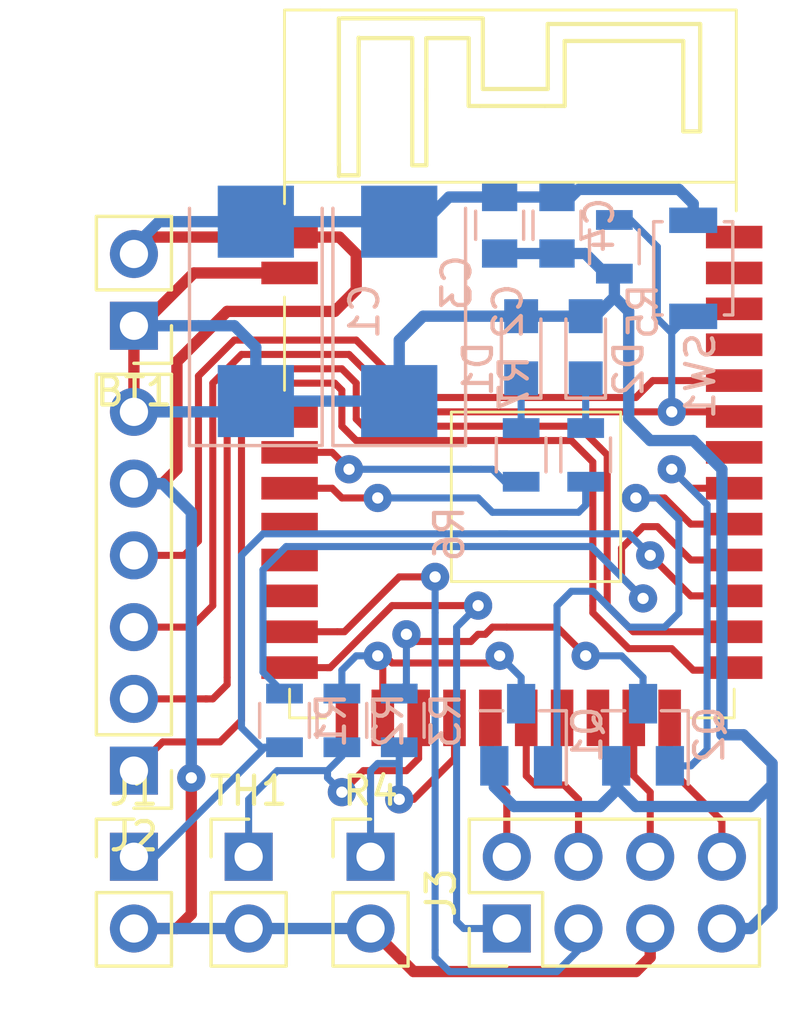
<source format=kicad_pcb>
(kicad_pcb (version 4) (host pcbnew 4.0.7)

  (general
    (links 51)
    (no_connects 0)
    (area 12.198952 15.139999 41.251 51.483619)
    (thickness 1.6)
    (drawings 4)
    (tracks 312)
    (zones 0)
    (modules 22)
    (nets 37)
  )

  (page A4)
  (layers
    (0 F.Cu signal)
    (31 B.Cu signal)
    (32 B.Adhes user)
    (33 F.Adhes user)
    (34 B.Paste user)
    (35 F.Paste user)
    (36 B.SilkS user)
    (37 F.SilkS user)
    (38 B.Mask user)
    (39 F.Mask user)
    (40 Dwgs.User user)
    (41 Cmts.User user)
    (42 Eco1.User user)
    (43 Eco2.User user)
    (44 Edge.Cuts user)
    (45 Margin user)
    (46 B.CrtYd user)
    (47 F.CrtYd user)
    (48 B.Fab user)
    (49 F.Fab user)
  )

  (setup
    (last_trace_width 0.25)
    (user_trace_width 0.4)
    (trace_clearance 0.2)
    (zone_clearance 0.508)
    (zone_45_only no)
    (trace_min 0.2)
    (segment_width 0.2)
    (edge_width 0.1)
    (via_size 1)
    (via_drill 0.4)
    (via_min_size 1)
    (via_min_drill 0.3)
    (uvia_size 0.6)
    (uvia_drill 0.1)
    (uvias_allowed no)
    (uvia_min_size 0.6)
    (uvia_min_drill 0.1)
    (pcb_text_width 0.3)
    (pcb_text_size 1.5 1.5)
    (mod_edge_width 0.15)
    (mod_text_size 1 1)
    (mod_text_width 0.15)
    (pad_size 1.5 1.5)
    (pad_drill 0.6)
    (pad_to_mask_clearance 0)
    (aux_axis_origin 0 0)
    (visible_elements 7FFEFFFF)
    (pcbplotparams
      (layerselection 0x00000_80000001)
      (usegerberextensions false)
      (excludeedgelayer true)
      (linewidth 0.100000)
      (plotframeref false)
      (viasonmask false)
      (mode 1)
      (useauxorigin false)
      (hpglpennumber 1)
      (hpglpenspeed 20)
      (hpglpendiameter 15)
      (hpglpenoverlay 2)
      (psnegative false)
      (psa4output false)
      (plotreference true)
      (plotvalue true)
      (plotinvisibletext false)
      (padsonsilk false)
      (subtractmaskfromsilk false)
      (outputformat 4)
      (mirror false)
      (drillshape 2)
      (scaleselection 1)
      (outputdirectory out/))
  )

  (net 0 "")
  (net 1 BATT_V)
  (net 2 GND)
  (net 3 "Net-(D1-Pad1)")
  (net 4 "Net-(D2-Pad1)")
  (net 5 DOOR_READ)
  (net 6 TX_DAP)
  (net 7 RX_DAP)
  (net 8 SWDIO_DAP)
  (net 9 SWCLK_DAP)
  (net 10 I2C_CLK)
  (net 11 A01)
  (net 12 I2C_DATA)
  (net 13 A02)
  (net 14 D01)
  (net 15 D02)
  (net 16 BATT_READ)
  (net 17 NTC_CONTROL)
  (net 18 LDR_CONTROL)
  (net 19 DOOR_CONTROL)
  (net 20 NTC_READ)
  (net 21 LDR_READ)
  (net 22 LED01)
  (net 23 LED02)
  (net 24 "Net-(U1-Pad3)")
  (net 25 "Net-(U1-Pad6)")
  (net 26 "Net-(U1-Pad7)")
  (net 27 "Net-(U1-Pad8)")
  (net 28 "Net-(U1-Pad11)")
  (net 29 "Net-(U1-Pad17)")
  (net 30 "Net-(U1-Pad18)")
  (net 31 "Net-(U1-Pad32)")
  (net 32 "Net-(U1-Pad27)")
  (net 33 "Net-(U1-Pad30)")
  (net 34 "Net-(U1-Pad31)")
  (net 35 "Net-(U1-Pad33)")
  (net 36 "Net-(Q2-Pad3)")

  (net_class Default "This is the default net class."
    (clearance 0.2)
    (trace_width 0.25)
    (via_dia 1)
    (via_drill 0.4)
    (uvia_dia 0.6)
    (uvia_drill 0.1)
    (add_net A01)
    (add_net A02)
    (add_net BATT_READ)
    (add_net BATT_V)
    (add_net D01)
    (add_net D02)
    (add_net DOOR_CONTROL)
    (add_net DOOR_READ)
    (add_net GND)
    (add_net I2C_CLK)
    (add_net I2C_DATA)
    (add_net LDR_CONTROL)
    (add_net LDR_READ)
    (add_net LED01)
    (add_net LED02)
    (add_net NTC_CONTROL)
    (add_net NTC_READ)
    (add_net "Net-(D1-Pad1)")
    (add_net "Net-(D2-Pad1)")
    (add_net "Net-(Q2-Pad3)")
    (add_net "Net-(U1-Pad11)")
    (add_net "Net-(U1-Pad17)")
    (add_net "Net-(U1-Pad18)")
    (add_net "Net-(U1-Pad27)")
    (add_net "Net-(U1-Pad3)")
    (add_net "Net-(U1-Pad30)")
    (add_net "Net-(U1-Pad31)")
    (add_net "Net-(U1-Pad32)")
    (add_net "Net-(U1-Pad33)")
    (add_net "Net-(U1-Pad6)")
    (add_net "Net-(U1-Pad7)")
    (add_net "Net-(U1-Pad8)")
    (add_net RX_DAP)
    (add_net SWCLK_DAP)
    (add_net SWDIO_DAP)
    (add_net TX_DAP)
  )

  (module Pin_Headers:Pin_Header_Straight_1x06_Pitch2.54mm (layer F.Cu) (tedit 59650532) (tstamp 5A968C89)
    (at 17.018 42.418 180)
    (descr "Through hole straight pin header, 1x06, 2.54mm pitch, single row")
    (tags "Through hole pin header THT 1x06 2.54mm single row")
    (path /5A74268B)
    (fp_text reference J2 (at 0 -2.33 180) (layer F.SilkS)
      (effects (font (size 1 1) (thickness 0.15)))
    )
    (fp_text value Conn_DAP (at 0 15.03 180) (layer F.Fab)
      (effects (font (size 1 1) (thickness 0.15)))
    )
    (fp_line (start -0.635 -1.27) (end 1.27 -1.27) (layer F.Fab) (width 0.1))
    (fp_line (start 1.27 -1.27) (end 1.27 13.97) (layer F.Fab) (width 0.1))
    (fp_line (start 1.27 13.97) (end -1.27 13.97) (layer F.Fab) (width 0.1))
    (fp_line (start -1.27 13.97) (end -1.27 -0.635) (layer F.Fab) (width 0.1))
    (fp_line (start -1.27 -0.635) (end -0.635 -1.27) (layer F.Fab) (width 0.1))
    (fp_line (start -1.33 14.03) (end 1.33 14.03) (layer F.SilkS) (width 0.12))
    (fp_line (start -1.33 1.27) (end -1.33 14.03) (layer F.SilkS) (width 0.12))
    (fp_line (start 1.33 1.27) (end 1.33 14.03) (layer F.SilkS) (width 0.12))
    (fp_line (start -1.33 1.27) (end 1.33 1.27) (layer F.SilkS) (width 0.12))
    (fp_line (start -1.33 0) (end -1.33 -1.33) (layer F.SilkS) (width 0.12))
    (fp_line (start -1.33 -1.33) (end 0 -1.33) (layer F.SilkS) (width 0.12))
    (fp_line (start -1.8 -1.8) (end -1.8 14.5) (layer F.CrtYd) (width 0.05))
    (fp_line (start -1.8 14.5) (end 1.8 14.5) (layer F.CrtYd) (width 0.05))
    (fp_line (start 1.8 14.5) (end 1.8 -1.8) (layer F.CrtYd) (width 0.05))
    (fp_line (start 1.8 -1.8) (end -1.8 -1.8) (layer F.CrtYd) (width 0.05))
    (fp_text user %R (at 0 6.35 270) (layer F.Fab)
      (effects (font (size 1 1) (thickness 0.15)))
    )
    (pad 1 thru_hole rect (at 0 0 180) (size 1.7 1.7) (drill 1) (layers *.Cu *.Mask)
      (net 6 TX_DAP))
    (pad 2 thru_hole oval (at 0 2.54 180) (size 1.7 1.7) (drill 1) (layers *.Cu *.Mask)
      (net 7 RX_DAP))
    (pad 3 thru_hole oval (at 0 5.08 180) (size 1.7 1.7) (drill 1) (layers *.Cu *.Mask)
      (net 8 SWDIO_DAP))
    (pad 4 thru_hole oval (at 0 7.62 180) (size 1.7 1.7) (drill 1) (layers *.Cu *.Mask)
      (net 9 SWCLK_DAP))
    (pad 5 thru_hole oval (at 0 10.16 180) (size 1.7 1.7) (drill 1) (layers *.Cu *.Mask)
      (net 2 GND))
    (pad 6 thru_hole oval (at 0 12.7 180) (size 1.7 1.7) (drill 1) (layers *.Cu *.Mask)
      (net 1 BATT_V))
    (model ${KISYS3DMOD}/Pin_Headers.3dshapes/Pin_Header_Straight_1x06_Pitch2.54mm.wrl
      (at (xyz 0 0 0))
      (scale (xyz 1 1 1))
      (rotate (xyz 0 0 0))
    )
  )

  (module myLib:MODULE_NRF51822_REV01_1 (layer F.Cu) (tedit 58F97EBB) (tstamp 5A968DD1)
    (at 30.48 29.972)
    (path /5A7418F5)
    (attr smd)
    (fp_text reference U1 (at -3.81 13.208) (layer F.SilkS) hide
      (effects (font (size 1 1) (thickness 0.15)))
    )
    (fp_text value vng_nRF51822_test (at 4.754 2.606 90) (layer F.Fab)
      (effects (font (size 1 1) (thickness 0.15)))
    )
    (fp_line (start -8.128 -4.318) (end -8.128 -1.016) (layer F.SilkS) (width 0.1))
    (fp_line (start -8.128 -8.382) (end 7.874 -8.382) (layer F.SilkS) (width 0.1))
    (fp_line (start -8.128 -7.62) (end -8.128 -14.478) (layer F.SilkS) (width 0.1))
    (fp_line (start -8.128 -14.478) (end -6.858 -14.478) (layer F.SilkS) (width 0.1))
    (fp_line (start 7.874 -7.366) (end 7.874 -14.478) (layer F.SilkS) (width 0.1))
    (fp_line (start 7.874 -14.478) (end -6.858 -14.478) (layer F.SilkS) (width 0.1))
    (fp_line (start -6.2 -9.05) (end -6.2 -8.6) (layer F.SilkS) (width 0.15))
    (fp_line (start -5.5 -13.2) (end -5.5 -13.5) (layer F.SilkS) (width 0.15))
    (fp_line (start 7.038 10.578) (end 6.276 10.578) (layer F.SilkS) (width 0.1))
    (fp_line (start 7.8 9.562) (end 7.8 10.324) (layer F.SilkS) (width 0.1))
    (fp_line (start -6.678 10.578) (end -6.932 10.578) (layer F.SilkS) (width 0.1))
    (fp_line (start -6.932 10.578) (end -7.186 10.578) (layer F.SilkS) (width 0.1))
    (fp_line (start -7.186 10.578) (end -7.44 10.578) (layer F.SilkS) (width 0.1))
    (fp_line (start -7.44 10.578) (end -7.694 10.578) (layer F.SilkS) (width 0.1))
    (fp_line (start -7.694 10.578) (end -7.948 10.578) (layer F.SilkS) (width 0.1))
    (fp_line (start -7.948 10.578) (end -7.948 10.324) (layer F.SilkS) (width 0.1))
    (fp_line (start -7.948 10.324) (end -7.948 10.07) (layer F.SilkS) (width 0.1))
    (fp_line (start -7.948 10.07) (end -7.948 9.816) (layer F.SilkS) (width 0.1))
    (fp_line (start -7.948 9.816) (end -7.948 9.562) (layer F.SilkS) (width 0.1))
    (fp_line (start 7.8 10.578) (end 7.546 10.578) (layer F.SilkS) (width 0.1))
    (fp_line (start 7.546 10.578) (end 7.292 10.578) (layer F.SilkS) (width 0.1))
    (fp_line (start 7.292 10.578) (end 7.038 10.578) (layer F.SilkS) (width 0.1))
    (fp_line (start 7.8 10.324) (end 7.8 10.578) (layer F.SilkS) (width 0.1))
    (fp_line (start -3.604 -8.982) (end -3.104 -8.982) (layer F.SilkS) (width 0.15))
    (fp_line (start -3.104 -13.482) (end -3.104 -11.282) (layer F.SilkS) (width 0.15))
    (fp_line (start -1.204 -11.082) (end -1.604 -11.082) (layer F.SilkS) (width 0.15))
    (fp_line (start -1.604 -11.082) (end -1.604 -13.482) (layer F.SilkS) (width 0.15))
    (fp_line (start -1.604 -13.482) (end -3.104 -13.482) (layer F.SilkS) (width 0.15))
    (fp_line (start -3.104 -14.182) (end -1.104 -14.182) (layer F.SilkS) (width 0.15))
    (fp_line (start -1.104 -14.182) (end -1.104 -11.682) (layer F.SilkS) (width 0.15))
    (fp_line (start -1.104 -11.682) (end 1.196 -11.682) (layer F.SilkS) (width 0.15))
    (fp_line (start -3.104 -11.682) (end -3.104 -8.982) (layer F.SilkS) (width 0.15))
    (fp_line (start -3.604 -8.982) (end -3.604 -13.482) (layer F.SilkS) (width 0.15))
    (fp_line (start -3.604 -13.482) (end -5.504 -13.482) (layer F.SilkS) (width 0.15))
    (fp_line (start -5.504 -13.228) (end -5.504 -8.628) (layer F.SilkS) (width 0.15))
    (fp_line (start -5.504 -8.628) (end -6.204 -8.628) (layer F.SilkS) (width 0.15))
    (fp_line (start 6.596 -13.982) (end 6.596 -10.182) (layer F.SilkS) (width 0.15))
    (fp_line (start -6.104 -14.182) (end -3.104 -14.182) (layer F.SilkS) (width 0.15))
    (fp_line (start 1.196 -11.682) (end 1.196 -13.982) (layer F.SilkS) (width 0.15))
    (fp_line (start 1.196 -13.982) (end 6.596 -13.982) (layer F.SilkS) (width 0.15))
    (fp_line (start 1.096 -11.082) (end -1.204 -11.082) (layer F.SilkS) (width 0.15))
    (fp_line (start -6.204 -8.982) (end -6.204 -14.182) (layer F.SilkS) (width 0.15))
    (fp_line (start 6.596 -10.182) (end 5.996 -10.182) (layer F.SilkS) (width 0.15))
    (fp_line (start 5.996 -10.182) (end 5.996 -13.382) (layer F.SilkS) (width 0.15))
    (fp_line (start 5.996 -13.382) (end 1.796 -13.382) (layer F.SilkS) (width 0.15))
    (fp_line (start 1.796 -13.382) (end 1.796 -11.082) (layer F.SilkS) (width 0.15))
    (fp_line (start 1.796 -11.082) (end 1.096 -11.082) (layer F.SilkS) (width 0.15))
    (fp_line (start -2.2189 5.7536) (end -2.2189 -0.2464) (layer F.SilkS) (width 0.1))
    (fp_line (start -2.2189 -0.2464) (end 3.7811 -0.2464) (layer F.SilkS) (width 0.1))
    (fp_line (start 3.7811 -0.2464) (end 3.7811 5.7536) (layer F.SilkS) (width 0.1))
    (fp_line (start 3.7811 5.7536) (end -2.2189 5.7536) (layer F.SilkS) (width 0.1))
    (pad 1 smd rect (at -7.948 -6.44) (size 2 0.8) (layers F.Cu F.Paste F.Mask)
      (net 2 GND) (solder_mask_margin 0.05))
    (pad 2 smd rect (at -7.948 -5.17) (size 2 0.8) (layers F.Cu F.Paste F.Mask)
      (net 1 BATT_V) (solder_mask_margin 0.05))
    (pad 3 smd rect (at -7.948 -0.09) (size 2 0.8) (layers F.Cu F.Paste F.Mask)
      (net 24 "Net-(U1-Pad3)") (solder_mask_margin 0.05))
    (pad 4 smd rect (at -7.948 1.18) (size 2 0.8) (layers F.Cu F.Paste F.Mask)
      (net 22 LED01) (solder_mask_margin 0.05))
    (pad 5 smd rect (at -7.948 2.45) (size 2 0.8) (layers F.Cu F.Paste F.Mask)
      (net 23 LED02) (solder_mask_margin 0.05))
    (pad 6 smd rect (at -7.948 3.72) (size 2 0.8) (layers F.Cu F.Paste F.Mask)
      (net 25 "Net-(U1-Pad6)") (solder_mask_margin 0.05))
    (pad 7 smd rect (at -7.948 4.99) (size 2 0.8) (layers F.Cu F.Paste F.Mask)
      (net 26 "Net-(U1-Pad7)") (solder_mask_margin 0.05))
    (pad 8 smd rect (at -7.948 6.26) (size 2 0.8) (layers F.Cu F.Paste F.Mask)
      (net 27 "Net-(U1-Pad8)") (solder_mask_margin 0.05))
    (pad 9 smd rect (at -7.948 7.53) (size 2 0.8) (layers F.Cu F.Paste F.Mask)
      (net 12 I2C_DATA) (solder_mask_margin 0.05))
    (pad 10 smd rect (at -7.948 8.8) (size 2 0.8) (layers F.Cu F.Paste F.Mask)
      (net 10 I2C_CLK) (solder_mask_margin 0.05))
    (pad 11 smd rect (at -5.916 10.578) (size 0.8 2) (layers F.Cu F.Paste F.Mask)
      (net 28 "Net-(U1-Pad11)") (solder_mask_margin 0.05))
    (pad 12 smd rect (at -4.646 10.578) (size 0.8 2) (layers F.Cu F.Paste F.Mask)
      (net 16 BATT_READ) (solder_mask_margin 0.05))
    (pad 13 smd rect (at -3.376 10.578) (size 0.8 2) (layers F.Cu F.Paste F.Mask)
      (net 20 NTC_READ) (solder_mask_margin 0.05))
    (pad 14 smd rect (at -2.106 10.578) (size 0.8 2) (layers F.Cu F.Paste F.Mask)
      (net 21 LDR_READ) (solder_mask_margin 0.05))
    (pad 15 smd rect (at -0.836 10.578) (size 0.8 2) (layers F.Cu F.Paste F.Mask)
      (net 11 A01) (solder_mask_margin 0.05))
    (pad 16 smd rect (at 0.434 10.578) (size 0.8 2) (layers F.Cu F.Paste F.Mask)
      (net 13 A02) (solder_mask_margin 0.05))
    (pad 17 smd rect (at 1.704 10.578) (size 0.8 2) (layers F.Cu F.Paste F.Mask)
      (net 29 "Net-(U1-Pad17)") (solder_mask_margin 0.05))
    (pad 18 smd rect (at 2.974 10.578) (size 0.8 2) (layers F.Cu F.Paste F.Mask)
      (net 30 "Net-(U1-Pad18)") (solder_mask_margin 0.05))
    (pad 19 smd rect (at 4.244 10.578) (size 0.8 2) (layers F.Cu F.Paste F.Mask)
      (net 14 D01) (solder_mask_margin 0.05))
    (pad 20 smd rect (at 5.514 10.578) (size 0.8 2) (layers F.Cu F.Paste F.Mask)
      (net 15 D02) (solder_mask_margin 0.05))
    (pad 21 smd rect (at 7.8 8.8) (size 2 0.8) (layers F.Cu F.Paste F.Mask)
      (net 6 TX_DAP) (solder_mask_margin 0.05))
    (pad 22 smd rect (at 7.8 7.53) (size 2 0.8) (layers F.Cu F.Paste F.Mask)
      (net 7 RX_DAP) (solder_mask_margin 0.05))
    (pad 23 smd rect (at 7.8 6.26) (size 2 0.8) (layers F.Cu F.Paste F.Mask)
      (net 5 DOOR_READ) (solder_mask_margin 0.05))
    (pad 24 smd rect (at 7.8 4.99) (size 2 0.8) (layers F.Cu F.Paste F.Mask)
      (net 19 DOOR_CONTROL) (solder_mask_margin 0.05))
    (pad 25 smd rect (at 7.8 3.72) (size 2 0.8) (layers F.Cu F.Paste F.Mask)
      (net 17 NTC_CONTROL) (solder_mask_margin 0.05))
    (pad 26 smd rect (at 7.8 2.45) (size 2 0.8) (layers F.Cu F.Paste F.Mask)
      (net 18 LDR_CONTROL) (solder_mask_margin 0.05))
    (pad 27 smd rect (at 7.8 1.18) (size 2 0.8) (layers F.Cu F.Paste F.Mask)
      (net 32 "Net-(U1-Pad27)") (solder_mask_margin 0.05))
    (pad 28 smd rect (at 7.8 -0.09) (size 2 0.8) (layers F.Cu F.Paste F.Mask)
      (net 8 SWDIO_DAP) (solder_mask_margin 0.05))
    (pad 29 smd rect (at 7.8 -1.36) (size 2 0.8) (layers F.Cu F.Paste F.Mask)
      (net 9 SWCLK_DAP) (solder_mask_margin 0.05))
    (pad 30 smd rect (at 7.8 -2.63) (size 2 0.8) (layers F.Cu F.Paste F.Mask)
      (net 33 "Net-(U1-Pad30)") (solder_mask_margin 0.05))
    (pad 31 smd rect (at 7.8 -3.9) (size 2 0.8) (layers F.Cu F.Paste F.Mask)
      (net 34 "Net-(U1-Pad31)") (solder_mask_margin 0.05))
    (pad 32 smd rect (at 7.8 -5.17) (size 2 0.8) (layers F.Cu F.Paste F.Mask)
      (net 31 "Net-(U1-Pad32)") (solder_mask_margin 0.05))
    (pad 33 smd rect (at 7.8 -6.44) (size 2 0.8) (layers F.Cu F.Paste F.Mask)
      (net 35 "Net-(U1-Pad33)") (solder_mask_margin 0.05))
    (model Connector_LIB/ref_board.wrl
      (at (xyz -0.32 -0.42 0.04))
      (scale (xyz 0.4 0.4 0.4))
      (rotate (xyz 0 0 0))
    )
  )

  (module Pin_Headers:Pin_Header_Straight_1x02_Pitch2.54mm (layer F.Cu) (tedit 59650532) (tstamp 5A968BE9)
    (at 17.018 26.67 180)
    (descr "Through hole straight pin header, 1x02, 2.54mm pitch, single row")
    (tags "Through hole pin header THT 1x02 2.54mm single row")
    (path /5A93DB46)
    (fp_text reference BT1 (at 0 -2.33 180) (layer F.SilkS)
      (effects (font (size 1 1) (thickness 0.15)))
    )
    (fp_text value Battery (at 0 4.87 180) (layer F.Fab)
      (effects (font (size 1 1) (thickness 0.15)))
    )
    (fp_line (start -0.635 -1.27) (end 1.27 -1.27) (layer F.Fab) (width 0.1))
    (fp_line (start 1.27 -1.27) (end 1.27 3.81) (layer F.Fab) (width 0.1))
    (fp_line (start 1.27 3.81) (end -1.27 3.81) (layer F.Fab) (width 0.1))
    (fp_line (start -1.27 3.81) (end -1.27 -0.635) (layer F.Fab) (width 0.1))
    (fp_line (start -1.27 -0.635) (end -0.635 -1.27) (layer F.Fab) (width 0.1))
    (fp_line (start -1.33 3.87) (end 1.33 3.87) (layer F.SilkS) (width 0.12))
    (fp_line (start -1.33 1.27) (end -1.33 3.87) (layer F.SilkS) (width 0.12))
    (fp_line (start 1.33 1.27) (end 1.33 3.87) (layer F.SilkS) (width 0.12))
    (fp_line (start -1.33 1.27) (end 1.33 1.27) (layer F.SilkS) (width 0.12))
    (fp_line (start -1.33 0) (end -1.33 -1.33) (layer F.SilkS) (width 0.12))
    (fp_line (start -1.33 -1.33) (end 0 -1.33) (layer F.SilkS) (width 0.12))
    (fp_line (start -1.8 -1.8) (end -1.8 4.35) (layer F.CrtYd) (width 0.05))
    (fp_line (start -1.8 4.35) (end 1.8 4.35) (layer F.CrtYd) (width 0.05))
    (fp_line (start 1.8 4.35) (end 1.8 -1.8) (layer F.CrtYd) (width 0.05))
    (fp_line (start 1.8 -1.8) (end -1.8 -1.8) (layer F.CrtYd) (width 0.05))
    (fp_text user %R (at 0 1.27 270) (layer F.Fab)
      (effects (font (size 1 1) (thickness 0.15)))
    )
    (pad 1 thru_hole rect (at 0 0 180) (size 1.7 1.7) (drill 1) (layers *.Cu *.Mask)
      (net 1 BATT_V))
    (pad 2 thru_hole oval (at 0 2.54 180) (size 1.7 1.7) (drill 1) (layers *.Cu *.Mask)
      (net 2 GND))
    (model ${KISYS3DMOD}/Pin_Headers.3dshapes/Pin_Header_Straight_1x02_Pitch2.54mm.wrl
      (at (xyz 0 0 0))
      (scale (xyz 1 1 1))
      (rotate (xyz 0 0 0))
    )
  )

  (module Capacitors_SMD:C_0805 (layer B.Cu) (tedit 5A979A12) (tstamp 5A968C1C)
    (at 29.972 23.114 90)
    (descr "Capacitor SMD 0805, reflow soldering, AVX (see smccp.pdf)")
    (tags "capacitor 0805")
    (path /5A745CF0)
    (attr smd)
    (fp_text reference C3 (at -2.032 -1.524 90) (layer B.SilkS)
      (effects (font (size 1 1) (thickness 0.15)) (justify mirror))
    )
    (fp_text value 1uF (at 4.318 0 90) (layer B.Fab)
      (effects (font (size 1 1) (thickness 0.15)) (justify mirror))
    )
    (fp_text user %R (at -2.794 0 90) (layer B.Fab)
      (effects (font (size 1 1) (thickness 0.15)) (justify mirror))
    )
    (fp_line (start -1 -0.62) (end -1 0.62) (layer B.Fab) (width 0.1))
    (fp_line (start 1 -0.62) (end -1 -0.62) (layer B.Fab) (width 0.1))
    (fp_line (start 1 0.62) (end 1 -0.62) (layer B.Fab) (width 0.1))
    (fp_line (start -1 0.62) (end 1 0.62) (layer B.Fab) (width 0.1))
    (fp_line (start 0.5 0.85) (end -0.5 0.85) (layer B.SilkS) (width 0.12))
    (fp_line (start -0.5 -0.85) (end 0.5 -0.85) (layer B.SilkS) (width 0.12))
    (fp_line (start -1.75 0.88) (end 1.75 0.88) (layer B.CrtYd) (width 0.05))
    (fp_line (start -1.75 0.88) (end -1.75 -0.87) (layer B.CrtYd) (width 0.05))
    (fp_line (start 1.75 -0.87) (end 1.75 0.88) (layer B.CrtYd) (width 0.05))
    (fp_line (start 1.75 -0.87) (end -1.75 -0.87) (layer B.CrtYd) (width 0.05))
    (pad 1 smd rect (at -1 0 90) (size 1 1.25) (layers B.Cu B.Paste B.Mask)
      (net 1 BATT_V))
    (pad 2 smd rect (at 1 0 90) (size 1 1.25) (layers B.Cu B.Paste B.Mask)
      (net 2 GND))
    (model Capacitors_SMD.3dshapes/C_0805.wrl
      (at (xyz 0 0 0))
      (scale (xyz 1 1 1))
      (rotate (xyz 0 0 0))
    )
  )

  (module Capacitors_SMD:C_0805 (layer B.Cu) (tedit 5A968C1E) (tstamp 5A968C2D)
    (at 32.004 23.114 90)
    (descr "Capacitor SMD 0805, reflow soldering, AVX (see smccp.pdf)")
    (tags "capacitor 0805")
    (path /5A745B74)
    (attr smd)
    (fp_text reference C4 (at 0 1.5 90) (layer B.SilkS)
      (effects (font (size 1 1) (thickness 0.15)) (justify mirror))
    )
    (fp_text value 100nF (at 5.08 0 90) (layer B.Fab)
      (effects (font (size 1 1) (thickness 0.15)) (justify mirror))
    )
    (fp_text user %R (at -2.794 -0.254 90) (layer B.Fab)
      (effects (font (size 1 1) (thickness 0.15)) (justify mirror))
    )
    (fp_line (start -1 -0.62) (end -1 0.62) (layer B.Fab) (width 0.1))
    (fp_line (start 1 -0.62) (end -1 -0.62) (layer B.Fab) (width 0.1))
    (fp_line (start 1 0.62) (end 1 -0.62) (layer B.Fab) (width 0.1))
    (fp_line (start -1 0.62) (end 1 0.62) (layer B.Fab) (width 0.1))
    (fp_line (start 0.5 0.85) (end -0.5 0.85) (layer B.SilkS) (width 0.12))
    (fp_line (start -0.5 -0.85) (end 0.5 -0.85) (layer B.SilkS) (width 0.12))
    (fp_line (start -1.75 0.88) (end 1.75 0.88) (layer B.CrtYd) (width 0.05))
    (fp_line (start -1.75 0.88) (end -1.75 -0.87) (layer B.CrtYd) (width 0.05))
    (fp_line (start 1.75 -0.87) (end 1.75 0.88) (layer B.CrtYd) (width 0.05))
    (fp_line (start 1.75 -0.87) (end -1.75 -0.87) (layer B.CrtYd) (width 0.05))
    (pad 1 smd rect (at -1 0 90) (size 1 1.25) (layers B.Cu B.Paste B.Mask)
      (net 1 BATT_V))
    (pad 2 smd rect (at 1 0 90) (size 1 1.25) (layers B.Cu B.Paste B.Mask)
      (net 2 GND))
    (model Capacitors_SMD.3dshapes/C_0805.wrl
      (at (xyz 0 0 0))
      (scale (xyz 1 1 1))
      (rotate (xyz 0 0 0))
    )
  )

  (module LEDs:LED_0805 (layer B.Cu) (tedit 5A979A0B) (tstamp 5A968C43)
    (at 30.734 27.432 90)
    (descr "LED 0805 smd package")
    (tags "LED led 0805 SMD smd SMT smt smdled SMDLED smtled SMTLED")
    (path /5A744F95)
    (attr smd)
    (fp_text reference D1 (at -0.762 -1.524 90) (layer B.SilkS)
      (effects (font (size 1 1) (thickness 0.15)) (justify mirror))
    )
    (fp_text value LED (at 0 -1.55 90) (layer B.Fab)
      (effects (font (size 1 1) (thickness 0.15)) (justify mirror))
    )
    (fp_line (start -1.8 0.7) (end -1.8 -0.7) (layer B.SilkS) (width 0.12))
    (fp_line (start -0.4 0.4) (end -0.4 -0.4) (layer B.Fab) (width 0.1))
    (fp_line (start -0.4 0) (end 0.2 0.4) (layer B.Fab) (width 0.1))
    (fp_line (start 0.2 -0.4) (end -0.4 0) (layer B.Fab) (width 0.1))
    (fp_line (start 0.2 0.4) (end 0.2 -0.4) (layer B.Fab) (width 0.1))
    (fp_line (start 1 -0.6) (end -1 -0.6) (layer B.Fab) (width 0.1))
    (fp_line (start 1 0.6) (end 1 -0.6) (layer B.Fab) (width 0.1))
    (fp_line (start -1 0.6) (end 1 0.6) (layer B.Fab) (width 0.1))
    (fp_line (start -1 -0.6) (end -1 0.6) (layer B.Fab) (width 0.1))
    (fp_line (start -1.8 -0.7) (end 1 -0.7) (layer B.SilkS) (width 0.12))
    (fp_line (start -1.8 0.7) (end 1 0.7) (layer B.SilkS) (width 0.12))
    (fp_line (start 1.95 0.85) (end 1.95 -0.85) (layer B.CrtYd) (width 0.05))
    (fp_line (start 1.95 -0.85) (end -1.95 -0.85) (layer B.CrtYd) (width 0.05))
    (fp_line (start -1.95 -0.85) (end -1.95 0.85) (layer B.CrtYd) (width 0.05))
    (fp_line (start -1.95 0.85) (end 1.95 0.85) (layer B.CrtYd) (width 0.05))
    (fp_text user %R (at 0 1.25 90) (layer B.Fab)
      (effects (font (size 0.4 0.4) (thickness 0.1)) (justify mirror))
    )
    (pad 2 smd rect (at 1.1 0 270) (size 1.2 1.2) (layers B.Cu B.Paste B.Mask)
      (net 1 BATT_V))
    (pad 1 smd rect (at -1.1 0 270) (size 1.2 1.2) (layers B.Cu B.Paste B.Mask)
      (net 3 "Net-(D1-Pad1)"))
    (model ${KISYS3DMOD}/LEDs.3dshapes/LED_0805.wrl
      (at (xyz 0 0 0))
      (scale (xyz 1 1 1))
      (rotate (xyz 0 0 180))
    )
  )

  (module LEDs:LED_0805 (layer B.Cu) (tedit 5A979A01) (tstamp 5A968C59)
    (at 33.02 27.432 90)
    (descr "LED 0805 smd package")
    (tags "LED led 0805 SMD smd SMT smt smdled SMDLED smtled SMTLED")
    (path /5A744F9B)
    (attr smd)
    (fp_text reference D2 (at -0.762 1.524 90) (layer B.SilkS)
      (effects (font (size 1 1) (thickness 0.15)) (justify mirror))
    )
    (fp_text value LED (at 0 -1.55 90) (layer B.Fab)
      (effects (font (size 1 1) (thickness 0.15)) (justify mirror))
    )
    (fp_line (start -1.8 0.7) (end -1.8 -0.7) (layer B.SilkS) (width 0.12))
    (fp_line (start -0.4 0.4) (end -0.4 -0.4) (layer B.Fab) (width 0.1))
    (fp_line (start -0.4 0) (end 0.2 0.4) (layer B.Fab) (width 0.1))
    (fp_line (start 0.2 -0.4) (end -0.4 0) (layer B.Fab) (width 0.1))
    (fp_line (start 0.2 0.4) (end 0.2 -0.4) (layer B.Fab) (width 0.1))
    (fp_line (start 1 -0.6) (end -1 -0.6) (layer B.Fab) (width 0.1))
    (fp_line (start 1 0.6) (end 1 -0.6) (layer B.Fab) (width 0.1))
    (fp_line (start -1 0.6) (end 1 0.6) (layer B.Fab) (width 0.1))
    (fp_line (start -1 -0.6) (end -1 0.6) (layer B.Fab) (width 0.1))
    (fp_line (start -1.8 -0.7) (end 1 -0.7) (layer B.SilkS) (width 0.12))
    (fp_line (start -1.8 0.7) (end 1 0.7) (layer B.SilkS) (width 0.12))
    (fp_line (start 1.95 0.85) (end 1.95 -0.85) (layer B.CrtYd) (width 0.05))
    (fp_line (start 1.95 -0.85) (end -1.95 -0.85) (layer B.CrtYd) (width 0.05))
    (fp_line (start -1.95 -0.85) (end -1.95 0.85) (layer B.CrtYd) (width 0.05))
    (fp_line (start -1.95 0.85) (end 1.95 0.85) (layer B.CrtYd) (width 0.05))
    (fp_text user %R (at 0 1.25 90) (layer B.Fab)
      (effects (font (size 0.4 0.4) (thickness 0.1)) (justify mirror))
    )
    (pad 2 smd rect (at 1.1 0 270) (size 1.2 1.2) (layers B.Cu B.Paste B.Mask)
      (net 1 BATT_V))
    (pad 1 smd rect (at -1.1 0 270) (size 1.2 1.2) (layers B.Cu B.Paste B.Mask)
      (net 4 "Net-(D2-Pad1)"))
    (model ${KISYS3DMOD}/LEDs.3dshapes/LED_0805.wrl
      (at (xyz 0 0 0))
      (scale (xyz 1 1 1))
      (rotate (xyz 0 0 180))
    )
  )

  (module Pin_Headers:Pin_Header_Straight_1x02_Pitch2.54mm (layer F.Cu) (tedit 59650532) (tstamp 5A968C6F)
    (at 17.018 45.466)
    (descr "Through hole straight pin header, 1x02, 2.54mm pitch, single row")
    (tags "Through hole pin header THT 1x02 2.54mm single row")
    (path /5A7870FF)
    (fp_text reference J1 (at 0 -2.33) (layer F.SilkS)
      (effects (font (size 1 1) (thickness 0.15)))
    )
    (fp_text value Door_Sensor (at 0 4.87) (layer F.Fab)
      (effects (font (size 1 1) (thickness 0.15)))
    )
    (fp_line (start -0.635 -1.27) (end 1.27 -1.27) (layer F.Fab) (width 0.1))
    (fp_line (start 1.27 -1.27) (end 1.27 3.81) (layer F.Fab) (width 0.1))
    (fp_line (start 1.27 3.81) (end -1.27 3.81) (layer F.Fab) (width 0.1))
    (fp_line (start -1.27 3.81) (end -1.27 -0.635) (layer F.Fab) (width 0.1))
    (fp_line (start -1.27 -0.635) (end -0.635 -1.27) (layer F.Fab) (width 0.1))
    (fp_line (start -1.33 3.87) (end 1.33 3.87) (layer F.SilkS) (width 0.12))
    (fp_line (start -1.33 1.27) (end -1.33 3.87) (layer F.SilkS) (width 0.12))
    (fp_line (start 1.33 1.27) (end 1.33 3.87) (layer F.SilkS) (width 0.12))
    (fp_line (start -1.33 1.27) (end 1.33 1.27) (layer F.SilkS) (width 0.12))
    (fp_line (start -1.33 0) (end -1.33 -1.33) (layer F.SilkS) (width 0.12))
    (fp_line (start -1.33 -1.33) (end 0 -1.33) (layer F.SilkS) (width 0.12))
    (fp_line (start -1.8 -1.8) (end -1.8 4.35) (layer F.CrtYd) (width 0.05))
    (fp_line (start -1.8 4.35) (end 1.8 4.35) (layer F.CrtYd) (width 0.05))
    (fp_line (start 1.8 4.35) (end 1.8 -1.8) (layer F.CrtYd) (width 0.05))
    (fp_line (start 1.8 -1.8) (end -1.8 -1.8) (layer F.CrtYd) (width 0.05))
    (fp_text user %R (at 0 1.27 90) (layer F.Fab)
      (effects (font (size 1 1) (thickness 0.15)))
    )
    (pad 1 thru_hole rect (at 0 0) (size 1.7 1.7) (drill 1) (layers *.Cu *.Mask)
      (net 5 DOOR_READ))
    (pad 2 thru_hole oval (at 0 2.54) (size 1.7 1.7) (drill 1) (layers *.Cu *.Mask)
      (net 2 GND))
    (model ${KISYS3DMOD}/Pin_Headers.3dshapes/Pin_Header_Straight_1x02_Pitch2.54mm.wrl
      (at (xyz 0 0 0))
      (scale (xyz 1 1 1))
      (rotate (xyz 0 0 0))
    )
  )

  (module Pin_Headers:Pin_Header_Straight_2x04_Pitch2.54mm (layer F.Cu) (tedit 59650532) (tstamp 5A968CA7)
    (at 30.226 48.006 90)
    (descr "Through hole straight pin header, 2x04, 2.54mm pitch, double rows")
    (tags "Through hole pin header THT 2x04 2.54mm double row")
    (path /5A782D83)
    (fp_text reference J3 (at 1.27 -2.33 90) (layer F.SilkS)
      (effects (font (size 1 1) (thickness 0.15)))
    )
    (fp_text value Conn_01x08 (at 1.27 9.95 90) (layer F.Fab)
      (effects (font (size 1 1) (thickness 0.15)))
    )
    (fp_line (start 0 -1.27) (end 3.81 -1.27) (layer F.Fab) (width 0.1))
    (fp_line (start 3.81 -1.27) (end 3.81 8.89) (layer F.Fab) (width 0.1))
    (fp_line (start 3.81 8.89) (end -1.27 8.89) (layer F.Fab) (width 0.1))
    (fp_line (start -1.27 8.89) (end -1.27 0) (layer F.Fab) (width 0.1))
    (fp_line (start -1.27 0) (end 0 -1.27) (layer F.Fab) (width 0.1))
    (fp_line (start -1.33 8.95) (end 3.87 8.95) (layer F.SilkS) (width 0.12))
    (fp_line (start -1.33 1.27) (end -1.33 8.95) (layer F.SilkS) (width 0.12))
    (fp_line (start 3.87 -1.33) (end 3.87 8.95) (layer F.SilkS) (width 0.12))
    (fp_line (start -1.33 1.27) (end 1.27 1.27) (layer F.SilkS) (width 0.12))
    (fp_line (start 1.27 1.27) (end 1.27 -1.33) (layer F.SilkS) (width 0.12))
    (fp_line (start 1.27 -1.33) (end 3.87 -1.33) (layer F.SilkS) (width 0.12))
    (fp_line (start -1.33 0) (end -1.33 -1.33) (layer F.SilkS) (width 0.12))
    (fp_line (start -1.33 -1.33) (end 0 -1.33) (layer F.SilkS) (width 0.12))
    (fp_line (start -1.8 -1.8) (end -1.8 9.4) (layer F.CrtYd) (width 0.05))
    (fp_line (start -1.8 9.4) (end 4.35 9.4) (layer F.CrtYd) (width 0.05))
    (fp_line (start 4.35 9.4) (end 4.35 -1.8) (layer F.CrtYd) (width 0.05))
    (fp_line (start 4.35 -1.8) (end -1.8 -1.8) (layer F.CrtYd) (width 0.05))
    (fp_text user %R (at 1.27 3.81 180) (layer F.Fab)
      (effects (font (size 1 1) (thickness 0.15)))
    )
    (pad 1 thru_hole rect (at 0 0 90) (size 1.7 1.7) (drill 1) (layers *.Cu *.Mask)
      (net 10 I2C_CLK))
    (pad 2 thru_hole oval (at 2.54 0 90) (size 1.7 1.7) (drill 1) (layers *.Cu *.Mask)
      (net 11 A01))
    (pad 3 thru_hole oval (at 0 2.54 90) (size 1.7 1.7) (drill 1) (layers *.Cu *.Mask)
      (net 12 I2C_DATA))
    (pad 4 thru_hole oval (at 2.54 2.54 90) (size 1.7 1.7) (drill 1) (layers *.Cu *.Mask)
      (net 13 A02))
    (pad 5 thru_hole oval (at 0 5.08 90) (size 1.7 1.7) (drill 1) (layers *.Cu *.Mask)
      (net 2 GND))
    (pad 6 thru_hole oval (at 2.54 5.08 90) (size 1.7 1.7) (drill 1) (layers *.Cu *.Mask)
      (net 14 D01))
    (pad 7 thru_hole oval (at 0 7.62 90) (size 1.7 1.7) (drill 1) (layers *.Cu *.Mask)
      (net 1 BATT_V))
    (pad 8 thru_hole oval (at 2.54 7.62 90) (size 1.7 1.7) (drill 1) (layers *.Cu *.Mask)
      (net 15 D02))
    (model ${KISYS3DMOD}/Pin_Headers.3dshapes/Pin_Header_Straight_2x04_Pitch2.54mm.wrl
      (at (xyz 0 0 0))
      (scale (xyz 1 1 1))
      (rotate (xyz 0 0 0))
    )
  )

  (module Resistors_SMD:R_0805 (layer B.Cu) (tedit 58E0A804) (tstamp 5A968CE2)
    (at 22.352 40.64 90)
    (descr "Resistor SMD 0805, reflow soldering, Vishay (see dcrcw.pdf)")
    (tags "resistor 0805")
    (path /5A787091)
    (attr smd)
    (fp_text reference R1 (at 0 1.65 90) (layer B.SilkS)
      (effects (font (size 1 1) (thickness 0.15)) (justify mirror))
    )
    (fp_text value 100K (at 0 -1.75 90) (layer B.Fab)
      (effects (font (size 1 1) (thickness 0.15)) (justify mirror))
    )
    (fp_text user %R (at 0 0 90) (layer B.Fab)
      (effects (font (size 0.5 0.5) (thickness 0.075)) (justify mirror))
    )
    (fp_line (start -1 -0.62) (end -1 0.62) (layer B.Fab) (width 0.1))
    (fp_line (start 1 -0.62) (end -1 -0.62) (layer B.Fab) (width 0.1))
    (fp_line (start 1 0.62) (end 1 -0.62) (layer B.Fab) (width 0.1))
    (fp_line (start -1 0.62) (end 1 0.62) (layer B.Fab) (width 0.1))
    (fp_line (start 0.6 -0.88) (end -0.6 -0.88) (layer B.SilkS) (width 0.12))
    (fp_line (start -0.6 0.88) (end 0.6 0.88) (layer B.SilkS) (width 0.12))
    (fp_line (start -1.55 0.9) (end 1.55 0.9) (layer B.CrtYd) (width 0.05))
    (fp_line (start -1.55 0.9) (end -1.55 -0.9) (layer B.CrtYd) (width 0.05))
    (fp_line (start 1.55 -0.9) (end 1.55 0.9) (layer B.CrtYd) (width 0.05))
    (fp_line (start 1.55 -0.9) (end -1.55 -0.9) (layer B.CrtYd) (width 0.05))
    (pad 1 smd rect (at -0.95 0 90) (size 0.7 1.3) (layers B.Cu B.Paste B.Mask)
      (net 5 DOOR_READ))
    (pad 2 smd rect (at 0.95 0 90) (size 0.7 1.3) (layers B.Cu B.Paste B.Mask)
      (net 19 DOOR_CONTROL))
    (model ${KISYS3DMOD}/Resistors_SMD.3dshapes/R_0805.wrl
      (at (xyz 0 0 0))
      (scale (xyz 1 1 1))
      (rotate (xyz 0 0 0))
    )
  )

  (module Resistors_SMD:R_0805 (layer B.Cu) (tedit 58E0A804) (tstamp 5A968CF3)
    (at 24.384 40.64 90)
    (descr "Resistor SMD 0805, reflow soldering, Vishay (see dcrcw.pdf)")
    (tags "resistor 0805")
    (path /5A93C628)
    (attr smd)
    (fp_text reference R2 (at 0 1.65 90) (layer B.SilkS)
      (effects (font (size 1 1) (thickness 0.15)) (justify mirror))
    )
    (fp_text value 10K (at 0 -1.75 90) (layer B.Fab)
      (effects (font (size 1 1) (thickness 0.15)) (justify mirror))
    )
    (fp_text user %R (at 0 0 90) (layer B.Fab)
      (effects (font (size 0.5 0.5) (thickness 0.075)) (justify mirror))
    )
    (fp_line (start -1 -0.62) (end -1 0.62) (layer B.Fab) (width 0.1))
    (fp_line (start 1 -0.62) (end -1 -0.62) (layer B.Fab) (width 0.1))
    (fp_line (start 1 0.62) (end 1 -0.62) (layer B.Fab) (width 0.1))
    (fp_line (start -1 0.62) (end 1 0.62) (layer B.Fab) (width 0.1))
    (fp_line (start 0.6 -0.88) (end -0.6 -0.88) (layer B.SilkS) (width 0.12))
    (fp_line (start -0.6 0.88) (end 0.6 0.88) (layer B.SilkS) (width 0.12))
    (fp_line (start -1.55 0.9) (end 1.55 0.9) (layer B.CrtYd) (width 0.05))
    (fp_line (start -1.55 0.9) (end -1.55 -0.9) (layer B.CrtYd) (width 0.05))
    (fp_line (start 1.55 -0.9) (end 1.55 0.9) (layer B.CrtYd) (width 0.05))
    (fp_line (start 1.55 -0.9) (end -1.55 -0.9) (layer B.CrtYd) (width 0.05))
    (pad 1 smd rect (at -0.95 0 90) (size 0.7 1.3) (layers B.Cu B.Paste B.Mask)
      (net 20 NTC_READ))
    (pad 2 smd rect (at 0.95 0 90) (size 0.7 1.3) (layers B.Cu B.Paste B.Mask)
      (net 16 BATT_READ))
    (model ${KISYS3DMOD}/Resistors_SMD.3dshapes/R_0805.wrl
      (at (xyz 0 0 0))
      (scale (xyz 1 1 1))
      (rotate (xyz 0 0 0))
    )
  )

  (module Resistors_SMD:R_0805 (layer B.Cu) (tedit 58E0A804) (tstamp 5A968D04)
    (at 26.416 40.64 90)
    (descr "Resistor SMD 0805, reflow soldering, Vishay (see dcrcw.pdf)")
    (tags "resistor 0805")
    (path /5A93C3DF)
    (attr smd)
    (fp_text reference R3 (at 0 1.65 90) (layer B.SilkS)
      (effects (font (size 1 1) (thickness 0.15)) (justify mirror))
    )
    (fp_text value 100K (at 0 -1.75 90) (layer B.Fab)
      (effects (font (size 1 1) (thickness 0.15)) (justify mirror))
    )
    (fp_text user %R (at 0 0 90) (layer B.Fab)
      (effects (font (size 0.5 0.5) (thickness 0.075)) (justify mirror))
    )
    (fp_line (start -1 -0.62) (end -1 0.62) (layer B.Fab) (width 0.1))
    (fp_line (start 1 -0.62) (end -1 -0.62) (layer B.Fab) (width 0.1))
    (fp_line (start 1 0.62) (end 1 -0.62) (layer B.Fab) (width 0.1))
    (fp_line (start -1 0.62) (end 1 0.62) (layer B.Fab) (width 0.1))
    (fp_line (start 0.6 -0.88) (end -0.6 -0.88) (layer B.SilkS) (width 0.12))
    (fp_line (start -0.6 0.88) (end 0.6 0.88) (layer B.SilkS) (width 0.12))
    (fp_line (start -1.55 0.9) (end 1.55 0.9) (layer B.CrtYd) (width 0.05))
    (fp_line (start -1.55 0.9) (end -1.55 -0.9) (layer B.CrtYd) (width 0.05))
    (fp_line (start 1.55 -0.9) (end 1.55 0.9) (layer B.CrtYd) (width 0.05))
    (fp_line (start 1.55 -0.9) (end -1.55 -0.9) (layer B.CrtYd) (width 0.05))
    (pad 1 smd rect (at -0.95 0 90) (size 0.7 1.3) (layers B.Cu B.Paste B.Mask)
      (net 21 LDR_READ))
    (pad 2 smd rect (at 0.95 0 90) (size 0.7 1.3) (layers B.Cu B.Paste B.Mask)
      (net 36 "Net-(Q2-Pad3)"))
    (model ${KISYS3DMOD}/Resistors_SMD.3dshapes/R_0805.wrl
      (at (xyz 0 0 0))
      (scale (xyz 1 1 1))
      (rotate (xyz 0 0 0))
    )
  )

  (module Pin_Headers:Pin_Header_Straight_1x02_Pitch2.54mm (layer F.Cu) (tedit 59650532) (tstamp 5A968D1A)
    (at 25.4 45.466)
    (descr "Through hole straight pin header, 1x02, 2.54mm pitch, single row")
    (tags "Through hole pin header THT 1x02 2.54mm single row")
    (path /5A93C199)
    (fp_text reference R4 (at 0 -2.33) (layer F.SilkS)
      (effects (font (size 1 1) (thickness 0.15)))
    )
    (fp_text value LDR03 (at 0 4.87) (layer F.Fab)
      (effects (font (size 1 1) (thickness 0.15)))
    )
    (fp_line (start -0.635 -1.27) (end 1.27 -1.27) (layer F.Fab) (width 0.1))
    (fp_line (start 1.27 -1.27) (end 1.27 3.81) (layer F.Fab) (width 0.1))
    (fp_line (start 1.27 3.81) (end -1.27 3.81) (layer F.Fab) (width 0.1))
    (fp_line (start -1.27 3.81) (end -1.27 -0.635) (layer F.Fab) (width 0.1))
    (fp_line (start -1.27 -0.635) (end -0.635 -1.27) (layer F.Fab) (width 0.1))
    (fp_line (start -1.33 3.87) (end 1.33 3.87) (layer F.SilkS) (width 0.12))
    (fp_line (start -1.33 1.27) (end -1.33 3.87) (layer F.SilkS) (width 0.12))
    (fp_line (start 1.33 1.27) (end 1.33 3.87) (layer F.SilkS) (width 0.12))
    (fp_line (start -1.33 1.27) (end 1.33 1.27) (layer F.SilkS) (width 0.12))
    (fp_line (start -1.33 0) (end -1.33 -1.33) (layer F.SilkS) (width 0.12))
    (fp_line (start -1.33 -1.33) (end 0 -1.33) (layer F.SilkS) (width 0.12))
    (fp_line (start -1.8 -1.8) (end -1.8 4.35) (layer F.CrtYd) (width 0.05))
    (fp_line (start -1.8 4.35) (end 1.8 4.35) (layer F.CrtYd) (width 0.05))
    (fp_line (start 1.8 4.35) (end 1.8 -1.8) (layer F.CrtYd) (width 0.05))
    (fp_line (start 1.8 -1.8) (end -1.8 -1.8) (layer F.CrtYd) (width 0.05))
    (fp_text user %R (at 0 1.27 90) (layer F.Fab)
      (effects (font (size 1 1) (thickness 0.15)))
    )
    (pad 1 thru_hole rect (at 0 0) (size 1.7 1.7) (drill 1) (layers *.Cu *.Mask)
      (net 21 LDR_READ))
    (pad 2 thru_hole oval (at 0 2.54) (size 1.7 1.7) (drill 1) (layers *.Cu *.Mask)
      (net 2 GND))
    (model ${KISYS3DMOD}/Pin_Headers.3dshapes/Pin_Header_Straight_1x02_Pitch2.54mm.wrl
      (at (xyz 0 0 0))
      (scale (xyz 1 1 1))
      (rotate (xyz 0 0 0))
    )
  )

  (module Resistors_SMD:R_0805 (layer B.Cu) (tedit 5A9799F1) (tstamp 5A968D2B)
    (at 34.036 23.876 90)
    (descr "Resistor SMD 0805, reflow soldering, Vishay (see dcrcw.pdf)")
    (tags "resistor 0805")
    (path /5A742BD5)
    (attr smd)
    (fp_text reference R5 (at -2.286 1.016 90) (layer B.SilkS)
      (effects (font (size 1 1) (thickness 0.15)) (justify mirror))
    )
    (fp_text value 1K (at 0 -1.75 90) (layer B.Fab)
      (effects (font (size 1 1) (thickness 0.15)) (justify mirror))
    )
    (fp_text user %R (at 0 0 90) (layer B.Fab)
      (effects (font (size 0.5 0.5) (thickness 0.075)) (justify mirror))
    )
    (fp_line (start -1 -0.62) (end -1 0.62) (layer B.Fab) (width 0.1))
    (fp_line (start 1 -0.62) (end -1 -0.62) (layer B.Fab) (width 0.1))
    (fp_line (start 1 0.62) (end 1 -0.62) (layer B.Fab) (width 0.1))
    (fp_line (start -1 0.62) (end 1 0.62) (layer B.Fab) (width 0.1))
    (fp_line (start 0.6 -0.88) (end -0.6 -0.88) (layer B.SilkS) (width 0.12))
    (fp_line (start -0.6 0.88) (end 0.6 0.88) (layer B.SilkS) (width 0.12))
    (fp_line (start -1.55 0.9) (end 1.55 0.9) (layer B.CrtYd) (width 0.05))
    (fp_line (start -1.55 0.9) (end -1.55 -0.9) (layer B.CrtYd) (width 0.05))
    (fp_line (start 1.55 -0.9) (end 1.55 0.9) (layer B.CrtYd) (width 0.05))
    (fp_line (start 1.55 -0.9) (end -1.55 -0.9) (layer B.CrtYd) (width 0.05))
    (pad 1 smd rect (at -0.95 0 90) (size 0.7 1.3) (layers B.Cu B.Paste B.Mask)
      (net 1 BATT_V))
    (pad 2 smd rect (at 0.95 0 90) (size 0.7 1.3) (layers B.Cu B.Paste B.Mask)
      (net 8 SWDIO_DAP))
    (model ${KISYS3DMOD}/Resistors_SMD.3dshapes/R_0805.wrl
      (at (xyz 0 0 0))
      (scale (xyz 1 1 1))
      (rotate (xyz 0 0 0))
    )
  )

  (module Resistors_SMD:R_0805 (layer B.Cu) (tedit 5A9762C2) (tstamp 5A968D3C)
    (at 30.734 31.242 270)
    (descr "Resistor SMD 0805, reflow soldering, Vishay (see dcrcw.pdf)")
    (tags "resistor 0805")
    (path /5A744FA1)
    (attr smd)
    (fp_text reference R6 (at 2.794 2.54 270) (layer B.SilkS)
      (effects (font (size 1 1) (thickness 0.15)) (justify mirror))
    )
    (fp_text value 1K (at 0 -1.75 270) (layer B.Fab)
      (effects (font (size 1 1) (thickness 0.15)) (justify mirror))
    )
    (fp_text user %R (at 0 0 270) (layer B.Fab)
      (effects (font (size 0.5 0.5) (thickness 0.075)) (justify mirror))
    )
    (fp_line (start -1 -0.62) (end -1 0.62) (layer B.Fab) (width 0.1))
    (fp_line (start 1 -0.62) (end -1 -0.62) (layer B.Fab) (width 0.1))
    (fp_line (start 1 0.62) (end 1 -0.62) (layer B.Fab) (width 0.1))
    (fp_line (start -1 0.62) (end 1 0.62) (layer B.Fab) (width 0.1))
    (fp_line (start 0.6 -0.88) (end -0.6 -0.88) (layer B.SilkS) (width 0.12))
    (fp_line (start -0.6 0.88) (end 0.6 0.88) (layer B.SilkS) (width 0.12))
    (fp_line (start -1.55 0.9) (end 1.55 0.9) (layer B.CrtYd) (width 0.05))
    (fp_line (start -1.55 0.9) (end -1.55 -0.9) (layer B.CrtYd) (width 0.05))
    (fp_line (start 1.55 -0.9) (end 1.55 0.9) (layer B.CrtYd) (width 0.05))
    (fp_line (start 1.55 -0.9) (end -1.55 -0.9) (layer B.CrtYd) (width 0.05))
    (pad 1 smd rect (at -0.95 0 270) (size 0.7 1.3) (layers B.Cu B.Paste B.Mask)
      (net 3 "Net-(D1-Pad1)"))
    (pad 2 smd rect (at 0.95 0 270) (size 0.7 1.3) (layers B.Cu B.Paste B.Mask)
      (net 22 LED01))
    (model ${KISYS3DMOD}/Resistors_SMD.3dshapes/R_0805.wrl
      (at (xyz 0 0 0))
      (scale (xyz 1 1 1))
      (rotate (xyz 0 0 0))
    )
  )

  (module Resistors_SMD:R_0805 (layer B.Cu) (tedit 5A9762BF) (tstamp 5A968D4D)
    (at 33.02 31.242 270)
    (descr "Resistor SMD 0805, reflow soldering, Vishay (see dcrcw.pdf)")
    (tags "resistor 0805")
    (path /5A744FA7)
    (attr smd)
    (fp_text reference R7 (at -2.54 2.54 270) (layer B.SilkS)
      (effects (font (size 1 1) (thickness 0.15)) (justify mirror))
    )
    (fp_text value 1K (at 0 -1.75 270) (layer B.Fab)
      (effects (font (size 1 1) (thickness 0.15)) (justify mirror))
    )
    (fp_text user %R (at 0 0 270) (layer B.Fab)
      (effects (font (size 0.5 0.5) (thickness 0.075)) (justify mirror))
    )
    (fp_line (start -1 -0.62) (end -1 0.62) (layer B.Fab) (width 0.1))
    (fp_line (start 1 -0.62) (end -1 -0.62) (layer B.Fab) (width 0.1))
    (fp_line (start 1 0.62) (end 1 -0.62) (layer B.Fab) (width 0.1))
    (fp_line (start -1 0.62) (end 1 0.62) (layer B.Fab) (width 0.1))
    (fp_line (start 0.6 -0.88) (end -0.6 -0.88) (layer B.SilkS) (width 0.12))
    (fp_line (start -0.6 0.88) (end 0.6 0.88) (layer B.SilkS) (width 0.12))
    (fp_line (start -1.55 0.9) (end 1.55 0.9) (layer B.CrtYd) (width 0.05))
    (fp_line (start -1.55 0.9) (end -1.55 -0.9) (layer B.CrtYd) (width 0.05))
    (fp_line (start 1.55 -0.9) (end 1.55 0.9) (layer B.CrtYd) (width 0.05))
    (fp_line (start 1.55 -0.9) (end -1.55 -0.9) (layer B.CrtYd) (width 0.05))
    (pad 1 smd rect (at -0.95 0 270) (size 0.7 1.3) (layers B.Cu B.Paste B.Mask)
      (net 4 "Net-(D2-Pad1)"))
    (pad 2 smd rect (at 0.95 0 270) (size 0.7 1.3) (layers B.Cu B.Paste B.Mask)
      (net 23 LED02))
    (model ${KISYS3DMOD}/Resistors_SMD.3dshapes/R_0805.wrl
      (at (xyz 0 0 0))
      (scale (xyz 1 1 1))
      (rotate (xyz 0 0 0))
    )
  )

  (module Buttons_Switches_SMD:SW_SPST_B3U-1000P (layer B.Cu) (tedit 5A9799E7) (tstamp 5A968D63)
    (at 36.83 24.638 90)
    (descr "Ultra-small-sized Tactile Switch with High Contact Reliability, Top-actuated Model, without Ground Terminal, without Boss")
    (tags "Tactile Switch")
    (path /5A745197)
    (attr smd)
    (fp_text reference SW1 (at -3.81 0.254 90) (layer B.SilkS)
      (effects (font (size 1 1) (thickness 0.15)) (justify mirror))
    )
    (fp_text value SW_Push (at 0 -2.5 90) (layer B.Fab)
      (effects (font (size 1 1) (thickness 0.15)) (justify mirror))
    )
    (fp_text user %R (at -3.81 0.254 90) (layer B.Fab)
      (effects (font (size 1 1) (thickness 0.15)) (justify mirror))
    )
    (fp_line (start -2.4 -1.65) (end 2.4 -1.65) (layer B.CrtYd) (width 0.05))
    (fp_line (start 2.4 -1.65) (end 2.4 1.65) (layer B.CrtYd) (width 0.05))
    (fp_line (start 2.4 1.65) (end -2.4 1.65) (layer B.CrtYd) (width 0.05))
    (fp_line (start -2.4 1.65) (end -2.4 -1.65) (layer B.CrtYd) (width 0.05))
    (fp_line (start -1.65 -1.1) (end -1.65 -1.4) (layer B.SilkS) (width 0.12))
    (fp_line (start -1.65 -1.4) (end 1.65 -1.4) (layer B.SilkS) (width 0.12))
    (fp_line (start 1.65 -1.4) (end 1.65 -1.1) (layer B.SilkS) (width 0.12))
    (fp_line (start -1.65 1.1) (end -1.65 1.4) (layer B.SilkS) (width 0.12))
    (fp_line (start -1.65 1.4) (end 1.65 1.4) (layer B.SilkS) (width 0.12))
    (fp_line (start 1.65 1.4) (end 1.65 1.1) (layer B.SilkS) (width 0.12))
    (fp_line (start -1.5 1.25) (end 1.5 1.25) (layer B.Fab) (width 0.1))
    (fp_line (start 1.5 1.25) (end 1.5 -1.25) (layer B.Fab) (width 0.1))
    (fp_line (start 1.5 -1.25) (end -1.5 -1.25) (layer B.Fab) (width 0.1))
    (fp_line (start -1.5 -1.25) (end -1.5 1.25) (layer B.Fab) (width 0.1))
    (fp_circle (center 0 0) (end 0.75 0) (layer B.Fab) (width 0.1))
    (pad 1 smd rect (at -1.7 0 90) (size 0.9 1.7) (layers B.Cu B.Paste B.Mask)
      (net 8 SWDIO_DAP))
    (pad 2 smd rect (at 1.7 0 90) (size 0.9 1.7) (layers B.Cu B.Paste B.Mask)
      (net 2 GND))
    (model ${KISYS3DMOD}/Buttons_Switches_SMD.3dshapes/SW_SPST_B3U-1000P.wrl
      (at (xyz 0 0 0))
      (scale (xyz 1 1 1))
      (rotate (xyz 0 0 0))
    )
  )

  (module Pin_Headers:Pin_Header_Straight_1x02_Pitch2.54mm (layer F.Cu) (tedit 59650532) (tstamp 5A968D79)
    (at 21.082 45.466)
    (descr "Through hole straight pin header, 1x02, 2.54mm pitch, single row")
    (tags "Through hole pin header THT 1x02 2.54mm single row")
    (path /5A93BFA5)
    (fp_text reference TH1 (at 0 -2.33) (layer F.SilkS)
      (effects (font (size 1 1) (thickness 0.15)))
    )
    (fp_text value Thermistor_NTC (at 0 4.87) (layer F.Fab)
      (effects (font (size 1 1) (thickness 0.15)))
    )
    (fp_line (start -0.635 -1.27) (end 1.27 -1.27) (layer F.Fab) (width 0.1))
    (fp_line (start 1.27 -1.27) (end 1.27 3.81) (layer F.Fab) (width 0.1))
    (fp_line (start 1.27 3.81) (end -1.27 3.81) (layer F.Fab) (width 0.1))
    (fp_line (start -1.27 3.81) (end -1.27 -0.635) (layer F.Fab) (width 0.1))
    (fp_line (start -1.27 -0.635) (end -0.635 -1.27) (layer F.Fab) (width 0.1))
    (fp_line (start -1.33 3.87) (end 1.33 3.87) (layer F.SilkS) (width 0.12))
    (fp_line (start -1.33 1.27) (end -1.33 3.87) (layer F.SilkS) (width 0.12))
    (fp_line (start 1.33 1.27) (end 1.33 3.87) (layer F.SilkS) (width 0.12))
    (fp_line (start -1.33 1.27) (end 1.33 1.27) (layer F.SilkS) (width 0.12))
    (fp_line (start -1.33 0) (end -1.33 -1.33) (layer F.SilkS) (width 0.12))
    (fp_line (start -1.33 -1.33) (end 0 -1.33) (layer F.SilkS) (width 0.12))
    (fp_line (start -1.8 -1.8) (end -1.8 4.35) (layer F.CrtYd) (width 0.05))
    (fp_line (start -1.8 4.35) (end 1.8 4.35) (layer F.CrtYd) (width 0.05))
    (fp_line (start 1.8 4.35) (end 1.8 -1.8) (layer F.CrtYd) (width 0.05))
    (fp_line (start 1.8 -1.8) (end -1.8 -1.8) (layer F.CrtYd) (width 0.05))
    (fp_text user %R (at 0 1.27 90) (layer F.Fab)
      (effects (font (size 1 1) (thickness 0.15)))
    )
    (pad 1 thru_hole rect (at 0 0) (size 1.7 1.7) (drill 1) (layers *.Cu *.Mask)
      (net 20 NTC_READ))
    (pad 2 thru_hole oval (at 0 2.54) (size 1.7 1.7) (drill 1) (layers *.Cu *.Mask)
      (net 2 GND))
    (model ${KISYS3DMOD}/Pin_Headers.3dshapes/Pin_Header_Straight_1x02_Pitch2.54mm.wrl
      (at (xyz 0 0 0))
      (scale (xyz 1 1 1))
      (rotate (xyz 0 0 0))
    )
  )

  (module Capacitors_Tantalum_SMD:CP_Tantalum_Case-X_EIA-7343-43_Reflow (layer B.Cu) (tedit 58CC8C08) (tstamp 5A978858)
    (at 21.336 26.162 90)
    (descr "Tantalum capacitor, Case X, EIA 7343-43, 7.3x4.2x4.0mm, Reflow soldering footprint")
    (tags "capacitor tantalum smd")
    (path /5A951110)
    (attr smd)
    (fp_text reference C1 (at 0 3.85 90) (layer B.SilkS)
      (effects (font (size 1 1) (thickness 0.15)) (justify mirror))
    )
    (fp_text value 100uF (at 0 -3.85 90) (layer B.Fab)
      (effects (font (size 1 1) (thickness 0.15)) (justify mirror))
    )
    (fp_text user %R (at 0 0 90) (layer B.Fab)
      (effects (font (size 1 1) (thickness 0.15)) (justify mirror))
    )
    (fp_line (start -4.85 2.5) (end -4.85 -2.5) (layer B.CrtYd) (width 0.05))
    (fp_line (start -4.85 -2.5) (end 4.85 -2.5) (layer B.CrtYd) (width 0.05))
    (fp_line (start 4.85 -2.5) (end 4.85 2.5) (layer B.CrtYd) (width 0.05))
    (fp_line (start 4.85 2.5) (end -4.85 2.5) (layer B.CrtYd) (width 0.05))
    (fp_line (start -3.65 2.1) (end -3.65 -2.1) (layer B.Fab) (width 0.1))
    (fp_line (start -3.65 -2.1) (end 3.65 -2.1) (layer B.Fab) (width 0.1))
    (fp_line (start 3.65 -2.1) (end 3.65 2.1) (layer B.Fab) (width 0.1))
    (fp_line (start 3.65 2.1) (end -3.65 2.1) (layer B.Fab) (width 0.1))
    (fp_line (start -2.92 2.1) (end -2.92 -2.1) (layer B.Fab) (width 0.1))
    (fp_line (start -2.555 2.1) (end -2.555 -2.1) (layer B.Fab) (width 0.1))
    (fp_line (start -4.75 2.35) (end 3.65 2.35) (layer B.SilkS) (width 0.12))
    (fp_line (start -4.75 -2.35) (end 3.65 -2.35) (layer B.SilkS) (width 0.12))
    (fp_line (start -4.75 2.35) (end -4.75 -2.35) (layer B.SilkS) (width 0.12))
    (pad 1 smd rect (at -3.175 0 90) (size 2.55 2.7) (layers B.Cu B.Paste B.Mask)
      (net 1 BATT_V))
    (pad 2 smd rect (at 3.175 0 90) (size 2.55 2.7) (layers B.Cu B.Paste B.Mask)
      (net 2 GND))
    (model Capacitors_Tantalum_SMD.3dshapes/CP_Tantalum_Case-X_EIA-7343-43.wrl
      (at (xyz 0 0 0))
      (scale (xyz 1 1 1))
      (rotate (xyz 0 0 0))
    )
  )

  (module Capacitors_Tantalum_SMD:CP_Tantalum_Case-X_EIA-7343-43_Reflow (layer B.Cu) (tedit 58CC8C08) (tstamp 5A97886C)
    (at 26.416 26.162 90)
    (descr "Tantalum capacitor, Case X, EIA 7343-43, 7.3x4.2x4.0mm, Reflow soldering footprint")
    (tags "capacitor tantalum smd")
    (path /5A95110A)
    (attr smd)
    (fp_text reference C2 (at 0 3.85 90) (layer B.SilkS)
      (effects (font (size 1 1) (thickness 0.15)) (justify mirror))
    )
    (fp_text value 100uF (at 0 -3.85 90) (layer B.Fab)
      (effects (font (size 1 1) (thickness 0.15)) (justify mirror))
    )
    (fp_text user %R (at 0 0 90) (layer B.Fab)
      (effects (font (size 1 1) (thickness 0.15)) (justify mirror))
    )
    (fp_line (start -4.85 2.5) (end -4.85 -2.5) (layer B.CrtYd) (width 0.05))
    (fp_line (start -4.85 -2.5) (end 4.85 -2.5) (layer B.CrtYd) (width 0.05))
    (fp_line (start 4.85 -2.5) (end 4.85 2.5) (layer B.CrtYd) (width 0.05))
    (fp_line (start 4.85 2.5) (end -4.85 2.5) (layer B.CrtYd) (width 0.05))
    (fp_line (start -3.65 2.1) (end -3.65 -2.1) (layer B.Fab) (width 0.1))
    (fp_line (start -3.65 -2.1) (end 3.65 -2.1) (layer B.Fab) (width 0.1))
    (fp_line (start 3.65 -2.1) (end 3.65 2.1) (layer B.Fab) (width 0.1))
    (fp_line (start 3.65 2.1) (end -3.65 2.1) (layer B.Fab) (width 0.1))
    (fp_line (start -2.92 2.1) (end -2.92 -2.1) (layer B.Fab) (width 0.1))
    (fp_line (start -2.555 2.1) (end -2.555 -2.1) (layer B.Fab) (width 0.1))
    (fp_line (start -4.75 2.35) (end 3.65 2.35) (layer B.SilkS) (width 0.12))
    (fp_line (start -4.75 -2.35) (end 3.65 -2.35) (layer B.SilkS) (width 0.12))
    (fp_line (start -4.75 2.35) (end -4.75 -2.35) (layer B.SilkS) (width 0.12))
    (pad 1 smd rect (at -3.175 0 90) (size 2.55 2.7) (layers B.Cu B.Paste B.Mask)
      (net 1 BATT_V))
    (pad 2 smd rect (at 3.175 0 90) (size 2.55 2.7) (layers B.Cu B.Paste B.Mask)
      (net 2 GND))
    (model Capacitors_Tantalum_SMD.3dshapes/CP_Tantalum_Case-X_EIA-7343-43.wrl
      (at (xyz 0 0 0))
      (scale (xyz 1 1 1))
      (rotate (xyz 0 0 0))
    )
  )

  (module TO_SOT_Packages_SMD:SuperSOT-3 (layer B.Cu) (tedit 59038A2E) (tstamp 5A97A774)
    (at 30.734 41.148 90)
    (descr "3-pin SuperSOT package https://www.fairchildsemi.com/package-drawings/MA/MA03B.pdf")
    (tags "SuperSOT-3 SSOT-3")
    (path /5A97A11A)
    (attr smd)
    (fp_text reference Q1 (at 0 2.35 90) (layer B.SilkS)
      (effects (font (size 1 1) (thickness 0.15)) (justify mirror))
    )
    (fp_text value Q_PMOS_GSD (at 0 -2.4 90) (layer B.Fab)
      (effects (font (size 1 1) (thickness 0.15)) (justify mirror))
    )
    (fp_text user %R (at 0 0 360) (layer B.Fab)
      (effects (font (size 0.5 0.5) (thickness 0.075)) (justify mirror))
    )
    (fp_line (start 0.85 -0.65) (end 0.85 -1.45) (layer B.SilkS) (width 0.12))
    (fp_line (start -1.75 1.6) (end 0.85 1.6) (layer B.SilkS) (width 0.12))
    (fp_line (start 0.85 1.6) (end 0.85 0.65) (layer B.SilkS) (width 0.12))
    (fp_line (start 0.7 1.45) (end 0.7 -1.45) (layer B.Fab) (width 0.12))
    (fp_line (start 0.7 -1.45) (end -0.7 -1.45) (layer B.Fab) (width 0.12))
    (fp_line (start -0.7 -1.45) (end -0.7 0.9) (layer B.Fab) (width 0.12))
    (fp_line (start -0.7 0.9) (end -0.15 1.45) (layer B.Fab) (width 0.12))
    (fp_line (start -0.15 1.45) (end 0.7 1.45) (layer B.Fab) (width 0.12))
    (fp_line (start -2.05 1.7) (end 2.05 1.7) (layer B.CrtYd) (width 0.05))
    (fp_line (start -2.05 1.7) (end -2.05 -1.7) (layer B.CrtYd) (width 0.05))
    (fp_line (start 2.05 -1.7) (end 2.05 1.7) (layer B.CrtYd) (width 0.05))
    (fp_line (start 2.05 -1.7) (end -2.05 -1.7) (layer B.CrtYd) (width 0.05))
    (pad 1 smd rect (at -1.1 0.95 90) (size 1.4 1) (layers B.Cu B.Paste B.Mask)
      (net 17 NTC_CONTROL))
    (pad 2 smd rect (at -1.1 -0.95 90) (size 1.4 1) (layers B.Cu B.Paste B.Mask)
      (net 1 BATT_V))
    (pad 3 smd rect (at 1.1 0 90) (size 1.4 1) (layers B.Cu B.Paste B.Mask)
      (net 16 BATT_READ))
    (model ${KISYS3DMOD}/TO_SOT_Packages_SMD.3dshapes/SuperSOT-3.wrl
      (at (xyz 0 0 0))
      (scale (xyz 1 1 1))
      (rotate (xyz 0 0 0))
    )
  )

  (module TO_SOT_Packages_SMD:SuperSOT-3 (layer B.Cu) (tedit 59038A2E) (tstamp 5A97A788)
    (at 35.052 41.148 90)
    (descr "3-pin SuperSOT package https://www.fairchildsemi.com/package-drawings/MA/MA03B.pdf")
    (tags "SuperSOT-3 SSOT-3")
    (path /5A979FFA)
    (attr smd)
    (fp_text reference Q2 (at 0 2.35 90) (layer B.SilkS)
      (effects (font (size 1 1) (thickness 0.15)) (justify mirror))
    )
    (fp_text value Q_PMOS_GSD (at 0 -2.4 90) (layer B.Fab)
      (effects (font (size 1 1) (thickness 0.15)) (justify mirror))
    )
    (fp_text user %R (at 0 0 360) (layer B.Fab)
      (effects (font (size 0.5 0.5) (thickness 0.075)) (justify mirror))
    )
    (fp_line (start 0.85 -0.65) (end 0.85 -1.45) (layer B.SilkS) (width 0.12))
    (fp_line (start -1.75 1.6) (end 0.85 1.6) (layer B.SilkS) (width 0.12))
    (fp_line (start 0.85 1.6) (end 0.85 0.65) (layer B.SilkS) (width 0.12))
    (fp_line (start 0.7 1.45) (end 0.7 -1.45) (layer B.Fab) (width 0.12))
    (fp_line (start 0.7 -1.45) (end -0.7 -1.45) (layer B.Fab) (width 0.12))
    (fp_line (start -0.7 -1.45) (end -0.7 0.9) (layer B.Fab) (width 0.12))
    (fp_line (start -0.7 0.9) (end -0.15 1.45) (layer B.Fab) (width 0.12))
    (fp_line (start -0.15 1.45) (end 0.7 1.45) (layer B.Fab) (width 0.12))
    (fp_line (start -2.05 1.7) (end 2.05 1.7) (layer B.CrtYd) (width 0.05))
    (fp_line (start -2.05 1.7) (end -2.05 -1.7) (layer B.CrtYd) (width 0.05))
    (fp_line (start 2.05 -1.7) (end 2.05 1.7) (layer B.CrtYd) (width 0.05))
    (fp_line (start 2.05 -1.7) (end -2.05 -1.7) (layer B.CrtYd) (width 0.05))
    (pad 1 smd rect (at -1.1 0.95 90) (size 1.4 1) (layers B.Cu B.Paste B.Mask)
      (net 18 LDR_CONTROL))
    (pad 2 smd rect (at -1.1 -0.95 90) (size 1.4 1) (layers B.Cu B.Paste B.Mask)
      (net 1 BATT_V))
    (pad 3 smd rect (at 1.1 0 90) (size 1.4 1) (layers B.Cu B.Paste B.Mask)
      (net 36 "Net-(Q2-Pad3)"))
    (model ${KISYS3DMOD}/TO_SOT_Packages_SMD.3dshapes/SuperSOT-3.wrl
      (at (xyz 0 0 0))
      (scale (xyz 1 1 1))
      (rotate (xyz 0 0 0))
    )
  )

  (gr_line (start 15.24 15.24) (end 40.132 15.24) (angle 90) (layer Eco2.User) (width 0.2) (tstamp 5A968FBE))
  (gr_line (start 40.132 15.24) (end 40.132 50.038) (angle 90) (layer Eco2.User) (width 0.2) (tstamp 5A968FBD))
  (gr_line (start 15.24 15.24) (end 15.24 50.038) (angle 90) (layer Eco2.User) (width 0.2) (tstamp 5A968FBC))
  (gr_line (start 40.132 50.038) (end 15.24 50.038) (angle 90) (layer Eco2.User) (width 0.2) (tstamp 5A968FBB))

  (segment (start 34.102 42.248) (end 34.102 42.992) (width 0.4) (layer B.Cu) (net 1))
  (segment (start 38.862 43.688) (end 39.624 42.926) (width 0.4) (layer B.Cu) (net 1) (tstamp 5A97A8AB))
  (segment (start 34.798 43.688) (end 38.862 43.688) (width 0.4) (layer B.Cu) (net 1) (tstamp 5A97A8AA))
  (segment (start 34.102 42.992) (end 34.798 43.688) (width 0.4) (layer B.Cu) (net 1) (tstamp 5A97A8A9))
  (segment (start 29.784 42.248) (end 29.784 42.992) (width 0.4) (layer B.Cu) (net 1))
  (segment (start 34.102 43.114) (end 34.102 42.248) (width 0.4) (layer B.Cu) (net 1) (tstamp 5A97A8A6))
  (segment (start 33.528 43.688) (end 34.102 43.114) (width 0.4) (layer B.Cu) (net 1) (tstamp 5A97A8A5))
  (segment (start 30.48 43.688) (end 33.528 43.688) (width 0.4) (layer B.Cu) (net 1) (tstamp 5A97A8A4))
  (segment (start 29.784 42.992) (end 30.48 43.688) (width 0.4) (layer B.Cu) (net 1) (tstamp 5A97A8A3))
  (segment (start 34.036 25.654) (end 34.544 26.162) (width 0.4) (layer B.Cu) (net 1))
  (segment (start 38.608 41.148) (end 37.846 41.148) (width 0.4) (layer B.Cu) (net 1) (tstamp 5A977A78))
  (segment (start 39.624 42.164) (end 38.608 41.148) (width 0.4) (layer B.Cu) (net 1) (tstamp 5A977A75))
  (segment (start 39.624 42.926) (end 39.624 42.164) (width 0.4) (layer B.Cu) (net 1) (tstamp 5A97A8AE))
  (segment (start 34.544 26.162) (end 34.544 29.972) (width 0.4) (layer B.Cu) (net 1) (tstamp 5A978B38))
  (segment (start 34.544 29.972) (end 35.306 30.734) (width 0.4) (layer B.Cu) (net 1) (tstamp 5A978B39))
  (segment (start 35.306 30.734) (end 36.83 30.734) (width 0.4) (layer B.Cu) (net 1) (tstamp 5A978B3A))
  (segment (start 37.846 31.75) (end 36.83 30.734) (width 0.4) (layer B.Cu) (net 1) (tstamp 5A9779F8))
  (segment (start 37.846 31.75) (end 37.846 41.148) (width 0.4) (layer B.Cu) (net 1) (tstamp 5A9779F6))
  (segment (start 32.004 24.114) (end 33.004 24.114) (width 0.4) (layer B.Cu) (net 1))
  (segment (start 33.004 24.114) (end 33.716 24.826) (width 0.4) (layer B.Cu) (net 1) (tstamp 5A978B19))
  (segment (start 33.716 24.826) (end 34.036 24.826) (width 0.4) (layer B.Cu) (net 1) (tstamp 5A978B1A))
  (segment (start 29.972 24.114) (end 32.004 24.114) (width 0.4) (layer B.Cu) (net 1))
  (segment (start 33.02 26.332) (end 33.358 26.332) (width 0.4) (layer B.Cu) (net 1))
  (segment (start 33.358 26.332) (end 34.036 25.654) (width 0.4) (layer B.Cu) (net 1) (tstamp 5A978B13))
  (segment (start 34.036 25.654) (end 34.036 24.826) (width 0.4) (layer B.Cu) (net 1) (tstamp 5A978B14))
  (segment (start 30.734 26.332) (end 33.02 26.332) (width 0.4) (layer B.Cu) (net 1))
  (segment (start 26.416 29.337) (end 26.416 27.178) (width 0.4) (layer B.Cu) (net 1))
  (segment (start 27.262 26.332) (end 30.734 26.332) (width 0.4) (layer B.Cu) (net 1) (tstamp 5A978B0E))
  (segment (start 26.416 27.178) (end 27.262 26.332) (width 0.4) (layer B.Cu) (net 1) (tstamp 5A978B0D))
  (segment (start 21.336 29.337) (end 26.416 29.337) (width 0.4) (layer B.Cu) (net 1))
  (segment (start 17.018 29.718) (end 20.955 29.718) (width 0.4) (layer B.Cu) (net 1))
  (segment (start 20.955 29.718) (end 21.336 29.337) (width 0.4) (layer B.Cu) (net 1) (tstamp 5A978B08))
  (segment (start 17.018 26.67) (end 19.304 26.67) (width 0.4) (layer B.Cu) (net 1))
  (segment (start 21.336 27.432) (end 21.336 29.337) (width 0.4) (layer B.Cu) (net 1) (tstamp 5A978B05))
  (segment (start 20.574 26.67) (end 21.336 27.432) (width 0.4) (layer B.Cu) (net 1) (tstamp 5A978B04))
  (segment (start 19.304 26.67) (end 20.574 26.67) (width 0.4) (layer B.Cu) (net 1) (tstamp 5A978B03))
  (segment (start 17.018 26.67) (end 17.018 29.718) (width 0.4) (layer F.Cu) (net 1))
  (segment (start 37.846 48.006) (end 38.862 48.006) (width 0.4) (layer B.Cu) (net 1))
  (segment (start 39.624 47.244) (end 39.624 42.926) (width 0.4) (layer B.Cu) (net 1) (tstamp 5A977A71))
  (segment (start 38.862 48.006) (end 39.624 47.244) (width 0.4) (layer B.Cu) (net 1) (tstamp 5A977A6F))
  (segment (start 17.018 26.67) (end 17.272 26.67) (width 0.4) (layer F.Cu) (net 1))
  (segment (start 17.272 26.67) (end 19.14 24.802) (width 0.4) (layer F.Cu) (net 1) (tstamp 5A977895))
  (segment (start 19.14 24.802) (end 22.532 24.802) (width 0.4) (layer F.Cu) (net 1) (tstamp 5A977897))
  (segment (start 32.004 22.114) (end 32.496 22.114) (width 0.4) (layer B.Cu) (net 2))
  (segment (start 32.496 22.114) (end 32.766 21.844) (width 0.4) (layer B.Cu) (net 2) (tstamp 5A978AFA))
  (segment (start 36.83 22.352) (end 36.83 22.938) (width 0.4) (layer B.Cu) (net 2) (tstamp 5A978AFD))
  (segment (start 36.322 21.844) (end 36.83 22.352) (width 0.4) (layer B.Cu) (net 2) (tstamp 5A978AFC))
  (segment (start 32.766 21.844) (end 36.322 21.844) (width 0.4) (layer B.Cu) (net 2) (tstamp 5A978AFB))
  (segment (start 29.972 22.114) (end 32.004 22.114) (width 0.4) (layer B.Cu) (net 2))
  (segment (start 26.416 22.987) (end 27.305 22.987) (width 0.4) (layer B.Cu) (net 2))
  (segment (start 27.305 22.987) (end 28.178 22.114) (width 0.4) (layer B.Cu) (net 2) (tstamp 5A978AE1))
  (segment (start 28.178 22.114) (end 29.972 22.114) (width 0.4) (layer B.Cu) (net 2) (tstamp 5A978AE2))
  (segment (start 21.336 22.987) (end 26.416 22.987) (width 0.4) (layer B.Cu) (net 2))
  (segment (start 17.018 24.13) (end 17.018 23.876) (width 0.4) (layer B.Cu) (net 2))
  (segment (start 17.018 23.876) (end 17.907 22.987) (width 0.4) (layer B.Cu) (net 2) (tstamp 5A978ADB))
  (segment (start 17.907 22.987) (end 21.336 22.987) (width 0.4) (layer B.Cu) (net 2) (tstamp 5A978ADC))
  (segment (start 17.018 48.006) (end 18.542 48.006) (width 0.4) (layer F.Cu) (net 2))
  (segment (start 18.034 32.258) (end 19.05 33.274) (width 0.4) (layer B.Cu) (net 2) (tstamp 5A9786B8))
  (segment (start 19.05 33.274) (end 19.05 42.672) (width 0.4) (layer B.Cu) (net 2) (tstamp 5A9786B9))
  (via (at 19.05 42.672) (size 1) (drill 0.4) (layers F.Cu B.Cu) (net 2))
  (segment (start 18.034 32.258) (end 17.018 32.258) (width 0.4) (layer B.Cu) (net 2))
  (segment (start 19.05 47.498) (end 19.05 42.672) (width 0.4) (layer F.Cu) (net 2) (tstamp 5A9786C7))
  (segment (start 18.542 48.006) (end 19.05 47.498) (width 0.4) (layer F.Cu) (net 2) (tstamp 5A9786C6))
  (segment (start 17.018 24.13) (end 17.272 24.13) (width 0.4) (layer B.Cu) (net 2))
  (segment (start 17.272 24.13) (end 17.511 23.891) (width 0.4) (layer B.Cu) (net 2) (tstamp 5A97865E))
  (segment (start 21.082 48.006) (end 25.4 48.006) (width 0.4) (layer B.Cu) (net 2))
  (segment (start 17.018 48.006) (end 21.082 48.006) (width 0.4) (layer B.Cu) (net 2))
  (segment (start 25.4 48.006) (end 26.924 49.53) (width 0.4) (layer F.Cu) (net 2) (tstamp 5A977A11))
  (segment (start 26.924 49.53) (end 34.798 49.53) (width 0.4) (layer F.Cu) (net 2) (tstamp 5A977A13))
  (segment (start 34.798 49.53) (end 35.306 49.022) (width 0.4) (layer F.Cu) (net 2) (tstamp 5A977A1C))
  (segment (start 35.306 49.022) (end 35.306 48.006) (width 0.4) (layer F.Cu) (net 2) (tstamp 5A977A1E))
  (segment (start 17.502 23.646) (end 17.018 24.13) (width 0.4) (layer B.Cu) (net 2) (tstamp 5A97795E))
  (segment (start 17.018 32.258) (end 18.034 32.258) (width 0.4) (layer F.Cu) (net 2))
  (segment (start 24.294 23.532) (end 22.532 23.532) (width 0.4) (layer F.Cu) (net 2) (tstamp 5A97788F))
  (segment (start 24.892 24.13) (end 24.294 23.532) (width 0.4) (layer F.Cu) (net 2) (tstamp 5A97788E))
  (segment (start 24.892 25.4) (end 24.892 24.13) (width 0.4) (layer F.Cu) (net 2) (tstamp 5A97788D))
  (segment (start 24.13 26.162) (end 24.892 25.4) (width 0.4) (layer F.Cu) (net 2) (tstamp 5A97788C))
  (segment (start 20.32 26.162) (end 24.13 26.162) (width 0.4) (layer F.Cu) (net 2) (tstamp 5A977889))
  (segment (start 18.542 27.94) (end 20.32 26.162) (width 0.4) (layer F.Cu) (net 2) (tstamp 5A977883))
  (segment (start 18.542 31.75) (end 18.542 27.94) (width 0.4) (layer F.Cu) (net 2) (tstamp 5A977866))
  (segment (start 18.034 32.258) (end 18.542 31.75) (width 0.4) (layer F.Cu) (net 2) (tstamp 5A977865))
  (segment (start 22.532 23.532) (end 20.664 23.532) (width 0.4) (layer F.Cu) (net 2))
  (segment (start 20.664 23.532) (end 17.616 23.532) (width 0.4) (layer F.Cu) (net 2) (tstamp 5A977852))
  (segment (start 17.616 23.532) (end 17.018 24.13) (width 0.4) (layer F.Cu) (net 2) (tstamp 5A9777C7))
  (segment (start 30.734 28.532) (end 30.734 30.292) (width 0.25) (layer B.Cu) (net 3))
  (segment (start 33.02 28.532) (end 33.02 30.292) (width 0.25) (layer B.Cu) (net 4))
  (segment (start 38.28 36.232) (end 36.74 36.232) (width 0.25) (layer F.Cu) (net 5))
  (segment (start 34.544 34.036) (end 34.036 34.036) (width 0.25) (layer B.Cu) (net 5) (tstamp 5A9776E7))
  (segment (start 35.306 34.798) (end 34.544 34.036) (width 0.25) (layer B.Cu) (net 5) (tstamp 5A9776E6))
  (via (at 35.306 34.798) (size 1) (drill 0.4) (layers F.Cu B.Cu) (net 5))
  (segment (start 36.74 36.232) (end 35.306 34.798) (width 0.25) (layer F.Cu) (net 5) (tstamp 5A9776D5))
  (segment (start 34.29 34.036) (end 34.036 34.036) (width 0.25) (layer B.Cu) (net 5) (tstamp 5A977658))
  (segment (start 34.036 34.036) (end 29.972 34.036) (width 0.25) (layer B.Cu) (net 5) (tstamp 5A9776EA))
  (segment (start 22.352 41.59) (end 21.524 41.59) (width 0.25) (layer B.Cu) (net 5))
  (segment (start 21.59 34.036) (end 29.972 34.036) (width 0.25) (layer B.Cu) (net 5) (tstamp 5A9775B0))
  (segment (start 29.972 34.036) (end 30.226 34.036) (width 0.25) (layer B.Cu) (net 5) (tstamp 5A97765D))
  (segment (start 20.828 34.798) (end 21.59 34.036) (width 0.25) (layer B.Cu) (net 5) (tstamp 5A9775A1))
  (segment (start 20.828 40.894) (end 20.828 34.798) (width 0.25) (layer B.Cu) (net 5) (tstamp 5A97759E))
  (segment (start 21.524 41.59) (end 20.828 40.894) (width 0.25) (layer B.Cu) (net 5) (tstamp 5A977595))
  (segment (start 22.352 41.59) (end 21.656 41.59) (width 0.25) (layer B.Cu) (net 5))
  (segment (start 21.656 41.59) (end 17.78 45.466) (width 0.25) (layer B.Cu) (net 5) (tstamp 5A976FD9))
  (segment (start 17.78 45.466) (end 17.018 45.466) (width 0.25) (layer B.Cu) (net 5) (tstamp 5A976FDA))
  (segment (start 36.576 38.608) (end 36.83 38.862) (width 0.25) (layer F.Cu) (net 6))
  (segment (start 33.274 36.83) (end 34.544 38.1) (width 0.25) (layer F.Cu) (net 6) (tstamp 5A97A91B))
  (segment (start 34.544 38.1) (end 36.068 38.1) (width 0.25) (layer F.Cu) (net 6) (tstamp 5A97A91C))
  (segment (start 36.068 38.1) (end 36.576 38.608) (width 0.25) (layer F.Cu) (net 6) (tstamp 5A97A91E))
  (segment (start 33.274 36.576) (end 33.274 36.83) (width 0.25) (layer F.Cu) (net 6))
  (segment (start 36.83 38.862) (end 38.19 38.862) (width 0.25) (layer F.Cu) (net 6) (tstamp 5A97A922))
  (segment (start 38.19 38.862) (end 38.28 38.772) (width 0.25) (layer F.Cu) (net 6) (tstamp 5A97A923))
  (segment (start 17.018 42.418) (end 18.034 41.402) (width 0.25) (layer F.Cu) (net 6))
  (segment (start 20.066 41.402) (end 20.828 40.64) (width 0.25) (layer F.Cu) (net 6) (tstamp 5A9786CB))
  (segment (start 18.034 41.402) (end 20.066 41.402) (width 0.25) (layer F.Cu) (net 6) (tstamp 5A9786CA))
  (segment (start 20.828 40.64) (end 20.828 29.21) (width 0.25) (layer F.Cu) (net 6) (tstamp 5A9786CE))
  (segment (start 33.274 31.496) (end 33.274 36.576) (width 0.25) (layer F.Cu) (net 6) (tstamp 5A977015))
  (segment (start 32.512 30.734) (end 33.274 31.496) (width 0.25) (layer F.Cu) (net 6) (tstamp 5A977014))
  (segment (start 24.892 30.734) (end 32.512 30.734) (width 0.25) (layer F.Cu) (net 6) (tstamp 5A977013))
  (segment (start 24.384 30.226) (end 24.892 30.734) (width 0.25) (layer F.Cu) (net 6) (tstamp 5A977012))
  (segment (start 24.384 28.956) (end 24.384 30.226) (width 0.25) (layer F.Cu) (net 6) (tstamp 5A977011))
  (segment (start 24.13 28.702) (end 24.384 28.956) (width 0.25) (layer F.Cu) (net 6) (tstamp 5A977010))
  (segment (start 21.336 28.702) (end 24.13 28.702) (width 0.25) (layer F.Cu) (net 6) (tstamp 5A97700F))
  (segment (start 20.828 29.21) (end 21.336 28.702) (width 0.25) (layer F.Cu) (net 6) (tstamp 5A9770EF))
  (segment (start 19.558 39.878) (end 19.812 39.878) (width 0.25) (layer F.Cu) (net 7))
  (segment (start 20.32 28.956) (end 21.082 28.194) (width 0.25) (layer F.Cu) (net 7) (tstamp 5A9770F6))
  (segment (start 21.082 28.194) (end 24.384 28.194) (width 0.25) (layer F.Cu) (net 7) (tstamp 5A977074))
  (segment (start 24.384 28.194) (end 24.892 28.702) (width 0.25) (layer F.Cu) (net 7) (tstamp 5A977076))
  (segment (start 24.892 28.702) (end 24.892 29.972) (width 0.25) (layer F.Cu) (net 7) (tstamp 5A977077))
  (segment (start 24.892 29.972) (end 25.146 30.226) (width 0.25) (layer F.Cu) (net 7) (tstamp 5A977078))
  (segment (start 25.146 30.226) (end 32.766 30.226) (width 0.25) (layer F.Cu) (net 7) (tstamp 5A977079))
  (segment (start 32.766 30.226) (end 33.528 30.988) (width 0.25) (layer F.Cu) (net 7) (tstamp 5A97707A))
  (segment (start 33.528 30.988) (end 33.782 31.242) (width 0.25) (layer F.Cu) (net 7) (tstamp 5A97707B))
  (segment (start 33.782 31.242) (end 33.782 36.576) (width 0.25) (layer F.Cu) (net 7) (tstamp 5A97707C))
  (segment (start 33.782 36.576) (end 34.708 37.502) (width 0.25) (layer F.Cu) (net 7) (tstamp 5A97707D))
  (segment (start 34.708 37.502) (end 38.28 37.502) (width 0.25) (layer F.Cu) (net 7) (tstamp 5A97707F))
  (segment (start 20.32 39.116) (end 20.32 28.956) (width 0.25) (layer F.Cu) (net 7) (tstamp 5A9770F3))
  (segment (start 20.32 39.37) (end 20.32 39.116) (width 0.25) (layer F.Cu) (net 7) (tstamp 5A977104))
  (segment (start 19.812 39.878) (end 20.32 39.37) (width 0.25) (layer F.Cu) (net 7) (tstamp 5A977103))
  (segment (start 17.018 39.878) (end 19.558 39.878) (width 0.25) (layer F.Cu) (net 7))
  (segment (start 19.558 39.878) (end 19.615998 39.878) (width 0.25) (layer F.Cu) (net 7) (tstamp 5A977101))
  (segment (start 35.56 24.892) (end 35.56 26.416) (width 0.25) (layer B.Cu) (net 8))
  (segment (start 35.56 26.416) (end 36.068 26.924) (width 0.25) (layer B.Cu) (net 8) (tstamp 5A978B2B))
  (segment (start 36.83 26.338) (end 36.654 26.338) (width 0.25) (layer B.Cu) (net 8))
  (segment (start 36.654 26.338) (end 36.068 26.924) (width 0.25) (layer B.Cu) (net 8) (tstamp 5A978B24))
  (segment (start 36.068 29.718) (end 35.814 29.718) (width 0.25) (layer F.Cu) (net 8))
  (segment (start 36.068 26.924) (end 36.068 29.718) (width 0.25) (layer B.Cu) (net 8) (tstamp 5A978B25))
  (via (at 36.068 29.718) (size 1) (drill 0.4) (layers F.Cu B.Cu) (net 8))
  (segment (start 34.036 22.926) (end 34.61 22.926) (width 0.25) (layer B.Cu) (net 8))
  (segment (start 34.61 22.926) (end 35.306 23.622) (width 0.25) (layer B.Cu) (net 8) (tstamp 5A978B1D))
  (segment (start 35.306 23.622) (end 35.56 23.876) (width 0.25) (layer B.Cu) (net 8) (tstamp 5A978B1E))
  (segment (start 35.56 23.876) (end 35.56 24.892) (width 0.25) (layer B.Cu) (net 8) (tstamp 5A978B1F))
  (segment (start 35.56 24.892) (end 35.56 25.068) (width 0.25) (layer B.Cu) (net 8) (tstamp 5A978B29))
  (segment (start 38.116 29.718) (end 35.814 29.718) (width 0.25) (layer F.Cu) (net 8))
  (segment (start 35.814 29.718) (end 33.02 29.718) (width 0.25) (layer F.Cu) (net 8) (tstamp 5A97719E))
  (segment (start 19.812 36.576) (end 19.812 28.702) (width 0.25) (layer F.Cu) (net 8) (tstamp 5A977108))
  (segment (start 19.05 37.338) (end 17.018 37.338) (width 0.25) (layer F.Cu) (net 8))
  (segment (start 25.654 29.718) (end 33.02 29.718) (width 0.25) (layer F.Cu) (net 8) (tstamp 5A97708B))
  (segment (start 25.4 29.464) (end 25.654 29.718) (width 0.25) (layer F.Cu) (net 8) (tstamp 5A97708A))
  (segment (start 25.4 28.448) (end 25.4 29.464) (width 0.25) (layer F.Cu) (net 8) (tstamp 5A977089))
  (segment (start 24.638 27.686) (end 25.4 28.448) (width 0.25) (layer F.Cu) (net 8) (tstamp 5A977088))
  (segment (start 20.828 27.686) (end 24.638 27.686) (width 0.25) (layer F.Cu) (net 8) (tstamp 5A977086))
  (segment (start 19.812 28.702) (end 20.828 27.686) (width 0.25) (layer F.Cu) (net 8) (tstamp 5A97710C))
  (segment (start 19.05 37.338) (end 19.812 36.576) (width 0.25) (layer F.Cu) (net 8))
  (segment (start 38.116 29.718) (end 38.28 29.882) (width 0.25) (layer F.Cu) (net 8) (tstamp 5A97712E))
  (segment (start 38.28 28.612) (end 35.396 28.612) (width 0.25) (layer F.Cu) (net 9))
  (segment (start 34.798 29.21) (end 26.219998 29.21) (width 0.25) (layer F.Cu) (net 9) (tstamp 5A9771B2))
  (segment (start 35.396 28.612) (end 34.798 29.21) (width 0.25) (layer F.Cu) (net 9) (tstamp 5A9771AD))
  (segment (start 18.796 34.798) (end 19.304 34.29) (width 0.25) (layer F.Cu) (net 9))
  (segment (start 19.304 34.29) (end 19.304 28.448) (width 0.25) (layer F.Cu) (net 9) (tstamp 5A97710E))
  (segment (start 17.018 34.798) (end 18.796 34.798) (width 0.25) (layer F.Cu) (net 9))
  (segment (start 25.908 28.956) (end 26.162 29.21) (width 0.25) (layer F.Cu) (net 9) (tstamp 5A97709A))
  (segment (start 26.162 29.21) (end 26.162 29.21) (width 0.25) (layer F.Cu) (net 9) (tstamp 5A9771B6))
  (segment (start 25.908 28.194) (end 25.908 28.956) (width 0.25) (layer F.Cu) (net 9) (tstamp 5A977099))
  (segment (start 24.892 27.178) (end 25.908 28.194) (width 0.25) (layer F.Cu) (net 9) (tstamp 5A977097))
  (segment (start 20.574 27.178) (end 24.892 27.178) (width 0.25) (layer F.Cu) (net 9) (tstamp 5A977095))
  (segment (start 19.304 28.448) (end 20.574 27.178) (width 0.25) (layer F.Cu) (net 9) (tstamp 5A977113))
  (segment (start 23.876 38.772) (end 23.966 38.772) (width 0.25) (layer F.Cu) (net 10))
  (segment (start 23.966 38.772) (end 26.162 36.576) (width 0.25) (layer F.Cu) (net 10) (tstamp 5A9774A0))
  (segment (start 26.162 36.576) (end 29.21 36.576) (width 0.25) (layer F.Cu) (net 10) (tstamp 5A9774A4))
  (via (at 29.21 36.576) (size 1) (drill 0.4) (layers F.Cu B.Cu) (net 10))
  (segment (start 29.21 36.576) (end 28.448 37.338) (width 0.25) (layer B.Cu) (net 10) (tstamp 5A9774B4))
  (segment (start 28.448 37.338) (end 28.448 37.592) (width 0.25) (layer B.Cu) (net 10) (tstamp 5A9774B5))
  (segment (start 28.448 37.592) (end 28.448 47.752) (width 0.25) (layer B.Cu) (net 10) (tstamp 5A977389))
  (segment (start 28.702 48.006) (end 30.226 48.006) (width 0.25) (layer B.Cu) (net 10) (tstamp 5A977061))
  (segment (start 28.448 47.752) (end 28.702 48.006) (width 0.25) (layer B.Cu) (net 10) (tstamp 5A97733D))
  (segment (start 23.966 38.772) (end 23.876 38.772) (width 0.25) (layer F.Cu) (net 10))
  (segment (start 23.876 38.772) (end 22.532 38.772) (width 0.25) (layer F.Cu) (net 10) (tstamp 5A97749E))
  (segment (start 30.226 43.18) (end 30.226 45.466) (width 0.25) (layer F.Cu) (net 11) (tstamp 5A977044))
  (segment (start 29.644 42.598) (end 30.226 43.18) (width 0.25) (layer F.Cu) (net 11) (tstamp 5A977043))
  (segment (start 29.644 40.55) (end 29.644 42.598) (width 0.25) (layer F.Cu) (net 11))
  (segment (start 24.22 37.502) (end 24.474 37.502) (width 0.25) (layer F.Cu) (net 12))
  (segment (start 27.686 49.022) (end 28.194 49.53) (width 0.25) (layer B.Cu) (net 12) (tstamp 5A9773B7))
  (segment (start 28.194 49.53) (end 32.004 49.53) (width 0.25) (layer B.Cu) (net 12) (tstamp 5A97706B))
  (segment (start 32.766 48.768) (end 32.004 49.53) (width 0.25) (layer B.Cu) (net 12) (tstamp 5A97706C))
  (segment (start 24.22 37.502) (end 22.532 37.502) (width 0.25) (layer F.Cu) (net 12))
  (segment (start 27.686 49.022) (end 27.686 48.768) (width 0.25) (layer B.Cu) (net 12))
  (segment (start 27.686 36.83) (end 27.686 48.768) (width 0.25) (layer B.Cu) (net 12) (tstamp 5A9773AD))
  (segment (start 27.686 35.56) (end 27.686 36.83) (width 0.25) (layer B.Cu) (net 12) (tstamp 5A9774C6))
  (via (at 27.686 35.56) (size 1) (drill 0.4) (layers F.Cu B.Cu) (net 12))
  (segment (start 26.416 35.56) (end 27.686 35.56) (width 0.25) (layer F.Cu) (net 12) (tstamp 5A9774C1))
  (segment (start 24.474 37.502) (end 26.416 35.56) (width 0.25) (layer F.Cu) (net 12) (tstamp 5A9774BD))
  (segment (start 32.766 48.768) (end 32.766 48.006) (width 0.25) (layer B.Cu) (net 12) (tstamp 5A97706D))
  (segment (start 30.914 40.55) (end 30.914 42.598) (width 0.25) (layer F.Cu) (net 13))
  (segment (start 32.766 43.434) (end 32.766 45.466) (width 0.25) (layer F.Cu) (net 13) (tstamp 5A977039))
  (segment (start 32.258 42.926) (end 32.766 43.434) (width 0.25) (layer F.Cu) (net 13) (tstamp 5A977038))
  (segment (start 31.242 42.926) (end 32.258 42.926) (width 0.25) (layer F.Cu) (net 13) (tstamp 5A977037))
  (segment (start 30.914 42.598) (end 31.242 42.926) (width 0.25) (layer F.Cu) (net 13) (tstamp 5A977036))
  (segment (start 34.724 40.55) (end 34.724 42.598) (width 0.25) (layer F.Cu) (net 14))
  (segment (start 35.306 43.18) (end 35.306 45.466) (width 0.25) (layer F.Cu) (net 14) (tstamp 5A97702D))
  (segment (start 34.724 42.598) (end 35.306 43.18) (width 0.25) (layer F.Cu) (net 14) (tstamp 5A97702C))
  (segment (start 35.994 40.55) (end 35.994 42.344) (width 0.25) (layer F.Cu) (net 15))
  (segment (start 37.846 44.196) (end 37.846 45.466) (width 0.25) (layer F.Cu) (net 15) (tstamp 5A97701B))
  (segment (start 35.994 42.344) (end 37.846 44.196) (width 0.25) (layer F.Cu) (net 15) (tstamp 5A97701A))
  (segment (start 25.654 38.354) (end 25.908 38.354) (width 0.25) (layer F.Cu) (net 16))
  (segment (start 30.734 39.116) (end 29.972 38.354) (width 0.25) (layer B.Cu) (net 16) (tstamp 5A97A8B0))
  (via (at 29.972 38.354) (size 1) (drill 0.4) (layers F.Cu B.Cu) (net 16))
  (segment (start 30.734 39.116) (end 30.734 40.048) (width 0.25) (layer B.Cu) (net 16))
  (segment (start 29.718 38.608) (end 29.972 38.354) (width 0.25) (layer F.Cu) (net 16) (tstamp 5A97A8D0))
  (segment (start 26.162 38.608) (end 29.718 38.608) (width 0.25) (layer F.Cu) (net 16) (tstamp 5A97A8CF))
  (segment (start 25.908 38.354) (end 26.162 38.608) (width 0.25) (layer F.Cu) (net 16) (tstamp 5A97A8CE))
  (segment (start 25.834 40.55) (end 25.834 38.534) (width 0.25) (layer F.Cu) (net 16))
  (segment (start 24.384 38.862) (end 24.384 39.69) (width 0.25) (layer B.Cu) (net 16) (tstamp 5A97A89E))
  (segment (start 24.892 38.354) (end 24.384 38.862) (width 0.25) (layer B.Cu) (net 16) (tstamp 5A97A89D))
  (segment (start 25.654 38.354) (end 24.892 38.354) (width 0.25) (layer B.Cu) (net 16) (tstamp 5A97A89C))
  (via (at 25.654 38.354) (size 1) (drill 0.4) (layers F.Cu B.Cu) (net 16))
  (segment (start 25.834 38.534) (end 25.654 38.354) (width 0.25) (layer F.Cu) (net 16) (tstamp 5A97A89A))
  (segment (start 24.384 39.69) (end 24.384 39.624) (width 0.25) (layer B.Cu) (net 16))
  (segment (start 36.322 33.528) (end 36.322 36.83) (width 0.25) (layer B.Cu) (net 17))
  (segment (start 36.74 33.692) (end 35.814 32.766) (width 0.25) (layer F.Cu) (net 17) (tstamp 5A97A8F9))
  (segment (start 35.814 32.766) (end 34.798 32.766) (width 0.25) (layer F.Cu) (net 17) (tstamp 5A97A8FA))
  (via (at 34.798 32.766) (size 1) (drill 0.4) (layers F.Cu B.Cu) (net 17))
  (segment (start 34.798 32.766) (end 35.56 32.766) (width 0.25) (layer B.Cu) (net 17) (tstamp 5A97A8FC))
  (segment (start 35.56 32.766) (end 36.322 33.528) (width 0.25) (layer B.Cu) (net 17) (tstamp 5A97A8FD))
  (segment (start 38.28 33.692) (end 36.74 33.692) (width 0.25) (layer F.Cu) (net 17))
  (segment (start 32.004 36.576) (end 32.004 41.928) (width 0.25) (layer B.Cu) (net 17) (tstamp 5A97A915))
  (segment (start 32.512 36.068) (end 32.004 36.576) (width 0.25) (layer B.Cu) (net 17) (tstamp 5A97A914))
  (segment (start 33.274 36.068) (end 32.512 36.068) (width 0.25) (layer B.Cu) (net 17) (tstamp 5A97A912))
  (segment (start 34.544 37.338) (end 33.274 36.068) (width 0.25) (layer B.Cu) (net 17) (tstamp 5A97A910))
  (segment (start 35.814 37.338) (end 34.544 37.338) (width 0.25) (layer B.Cu) (net 17) (tstamp 5A97A90F))
  (segment (start 36.322 36.83) (end 35.814 37.338) (width 0.25) (layer B.Cu) (net 17) (tstamp 5A97A90E))
  (segment (start 32.004 41.928) (end 31.684 42.248) (width 0.25) (layer B.Cu) (net 17) (tstamp 5A97A916))
  (segment (start 36.002 42.248) (end 36.746 42.248) (width 0.25) (layer B.Cu) (net 18))
  (segment (start 36.74 32.422) (end 38.28 32.422) (width 0.25) (layer F.Cu) (net 18) (tstamp 5A97A8D9))
  (segment (start 36.068 31.75) (end 36.74 32.422) (width 0.25) (layer F.Cu) (net 18) (tstamp 5A97A8D8))
  (via (at 36.068 31.75) (size 1) (drill 0.4) (layers F.Cu B.Cu) (net 18))
  (segment (start 37.320998 33.002998) (end 36.068 31.75) (width 0.25) (layer B.Cu) (net 18) (tstamp 5A97A8D5))
  (segment (start 37.320998 41.673002) (end 37.320998 33.002998) (width 0.25) (layer B.Cu) (net 18) (tstamp 5A97A8D4))
  (segment (start 36.746 42.248) (end 37.320998 41.673002) (width 0.25) (layer B.Cu) (net 18) (tstamp 5A97A8D3))
  (segment (start 38.28 32.422) (end 37.502 32.422) (width 0.25) (layer F.Cu) (net 18))
  (segment (start 38.28 34.962) (end 36.74 34.962) (width 0.25) (layer F.Cu) (net 19))
  (segment (start 21.59 38.928) (end 22.352 39.69) (width 0.25) (layer B.Cu) (net 19) (tstamp 5A97A8F5))
  (segment (start 21.59 35.306) (end 21.59 38.928) (width 0.25) (layer B.Cu) (net 19) (tstamp 5A97A8F4))
  (segment (start 22.409998 34.486002) (end 21.59 35.306) (width 0.25) (layer B.Cu) (net 19) (tstamp 5A97A8F3))
  (segment (start 33.216002 34.486002) (end 22.409998 34.486002) (width 0.25) (layer B.Cu) (net 19) (tstamp 5A97A8F2))
  (segment (start 35.052 36.322) (end 33.216002 34.486002) (width 0.25) (layer B.Cu) (net 19) (tstamp 5A97A8F1))
  (via (at 35.052 36.322) (size 1) (drill 0.4) (layers F.Cu B.Cu) (net 19))
  (segment (start 34.29 35.56) (end 35.052 36.322) (width 0.25) (layer F.Cu) (net 19) (tstamp 5A97A8EF))
  (segment (start 34.29 34.544) (end 34.29 35.56) (width 0.25) (layer F.Cu) (net 19) (tstamp 5A97A8EE))
  (segment (start 35.052 33.782) (end 34.29 34.544) (width 0.25) (layer F.Cu) (net 19) (tstamp 5A97A8ED))
  (segment (start 35.56 33.782) (end 35.052 33.782) (width 0.25) (layer F.Cu) (net 19) (tstamp 5A97A8EC))
  (segment (start 36.74 34.962) (end 35.56 33.782) (width 0.25) (layer F.Cu) (net 19) (tstamp 5A97A8EB))
  (segment (start 27.104 40.55) (end 27.104 41.984) (width 0.25) (layer F.Cu) (net 20))
  (segment (start 23.876 42.672) (end 23.876 42.418) (width 0.25) (layer B.Cu) (net 20) (tstamp 5A976FFD))
  (segment (start 24.384 43.18) (end 23.876 42.672) (width 0.25) (layer B.Cu) (net 20) (tstamp 5A976FFC))
  (via (at 24.384 43.18) (size 1) (drill 0.4) (layers F.Cu B.Cu) (net 20))
  (segment (start 25.146 42.418) (end 24.384 43.18) (width 0.25) (layer F.Cu) (net 20) (tstamp 5A976FFA))
  (segment (start 26.67 42.418) (end 25.146 42.418) (width 0.25) (layer F.Cu) (net 20) (tstamp 5A976FF9))
  (segment (start 27.104 41.984) (end 26.67 42.418) (width 0.25) (layer F.Cu) (net 20) (tstamp 5A976FF8))
  (segment (start 24.384 41.59) (end 24.384 41.91) (width 0.25) (layer B.Cu) (net 20))
  (segment (start 24.384 41.91) (end 23.876 42.418) (width 0.25) (layer B.Cu) (net 20) (tstamp 5A976FDD))
  (segment (start 23.876 42.418) (end 22.098 42.418) (width 0.25) (layer B.Cu) (net 20) (tstamp 5A976FDE))
  (segment (start 22.098 42.418) (end 21.082 43.434) (width 0.25) (layer B.Cu) (net 20) (tstamp 5A976FDF))
  (segment (start 21.082 43.434) (end 21.082 45.466) (width 0.25) (layer B.Cu) (net 20) (tstamp 5A976FE0))
  (segment (start 28.374 40.55) (end 28.374 41.984) (width 0.25) (layer F.Cu) (net 21))
  (segment (start 26.416 43.434) (end 26.416 42.164) (width 0.25) (layer B.Cu) (net 21) (tstamp 5A977004))
  (via (at 26.416 43.434) (size 1) (drill 0.4) (layers F.Cu B.Cu) (net 21))
  (segment (start 26.924 43.434) (end 26.416 43.434) (width 0.25) (layer F.Cu) (net 21) (tstamp 5A977002))
  (segment (start 28.374 41.984) (end 26.924 43.434) (width 0.25) (layer F.Cu) (net 21) (tstamp 5A977001))
  (segment (start 26.416 41.59) (end 26.416 42.164) (width 0.25) (layer B.Cu) (net 21))
  (segment (start 25.4 42.418) (end 25.4 45.466) (width 0.25) (layer B.Cu) (net 21) (tstamp 5A976FE6))
  (segment (start 25.654 42.164) (end 25.4 42.418) (width 0.25) (layer B.Cu) (net 21) (tstamp 5A976FE5))
  (segment (start 26.416 42.164) (end 25.654 42.164) (width 0.25) (layer B.Cu) (net 21) (tstamp 5A976FE4))
  (segment (start 24.638 31.75) (end 28.956 31.75) (width 0.25) (layer B.Cu) (net 22))
  (segment (start 22.532 31.152) (end 24.04 31.152) (width 0.25) (layer F.Cu) (net 22))
  (via (at 24.638 31.75) (size 1) (drill 0.4) (layers F.Cu B.Cu) (net 22))
  (segment (start 24.04 31.152) (end 24.638 31.75) (width 0.25) (layer F.Cu) (net 22) (tstamp 5A976FA6))
  (segment (start 29.718 31.75) (end 30.16 32.192) (width 0.25) (layer B.Cu) (net 22) (tstamp 5A978B2F))
  (segment (start 28.956 31.75) (end 29.718 31.75) (width 0.25) (layer B.Cu) (net 22) (tstamp 5A978B2E))
  (segment (start 30.16 32.192) (end 30.734 32.192) (width 0.25) (layer B.Cu) (net 22) (tstamp 5A978B30))
  (segment (start 29.21 32.766) (end 29.718 33.274) (width 0.25) (layer B.Cu) (net 23))
  (segment (start 22.532 32.422) (end 24.04 32.422) (width 0.25) (layer F.Cu) (net 23))
  (via (at 25.654 32.766) (size 1) (drill 0.4) (layers F.Cu B.Cu) (net 23))
  (segment (start 24.384 32.766) (end 25.654 32.766) (width 0.25) (layer F.Cu) (net 23) (tstamp 5A976FAF))
  (segment (start 24.04 32.422) (end 24.384 32.766) (width 0.25) (layer F.Cu) (net 23) (tstamp 5A976FAE))
  (segment (start 25.654 32.766) (end 29.21 32.766) (width 0.25) (layer B.Cu) (net 23))
  (segment (start 33.02 33.02) (end 33.02 32.192) (width 0.25) (layer B.Cu) (net 23) (tstamp 5A978B35))
  (segment (start 32.766 33.274) (end 33.02 33.02) (width 0.25) (layer B.Cu) (net 23) (tstamp 5A978B34))
  (segment (start 29.718 33.274) (end 32.766 33.274) (width 0.25) (layer B.Cu) (net 23) (tstamp 5A978B33))
  (segment (start 35.052 40.048) (end 35.052 39.116) (width 0.25) (layer B.Cu) (net 36))
  (segment (start 32.004 37.338) (end 30.226 37.338) (width 0.25) (layer F.Cu) (net 36) (tstamp 5A97A92C))
  (segment (start 33.02 38.354) (end 32.004 37.338) (width 0.25) (layer F.Cu) (net 36) (tstamp 5A97A92B))
  (via (at 33.02 38.354) (size 1) (drill 0.4) (layers F.Cu B.Cu) (net 36))
  (segment (start 34.29 38.354) (end 33.02 38.354) (width 0.25) (layer B.Cu) (net 36) (tstamp 5A97A929))
  (segment (start 35.052 39.116) (end 34.29 38.354) (width 0.25) (layer B.Cu) (net 36) (tstamp 5A97A928))
  (segment (start 26.416 39.69) (end 26.416 39.624) (width 0.25) (layer B.Cu) (net 36))
  (segment (start 26.416 39.624) (end 26.67 39.37) (width 0.25) (layer B.Cu) (net 36) (tstamp 5A97A8BE))
  (segment (start 26.67 39.37) (end 26.67 37.592) (width 0.25) (layer B.Cu) (net 36) (tstamp 5A97A8BF))
  (via (at 26.67 37.592) (size 1) (drill 0.4) (layers F.Cu B.Cu) (net 36))
  (segment (start 26.67 37.592) (end 26.924 37.846) (width 0.25) (layer F.Cu) (net 36) (tstamp 5A97A8C1))
  (segment (start 26.924 37.846) (end 28.956 37.846) (width 0.25) (layer F.Cu) (net 36) (tstamp 5A97A8C2))
  (segment (start 28.956 37.846) (end 29.21 37.592) (width 0.25) (layer F.Cu) (net 36) (tstamp 5A97A8C3))
  (segment (start 29.21 37.592) (end 29.464 37.592) (width 0.25) (layer F.Cu) (net 36) (tstamp 5A97A8C4))
  (segment (start 29.464 37.592) (end 29.718 37.338) (width 0.25) (layer F.Cu) (net 36) (tstamp 5A97A8C5))
  (segment (start 29.718 37.338) (end 30.226 37.338) (width 0.25) (layer F.Cu) (net 36) (tstamp 5A97A8C6))

)

</source>
